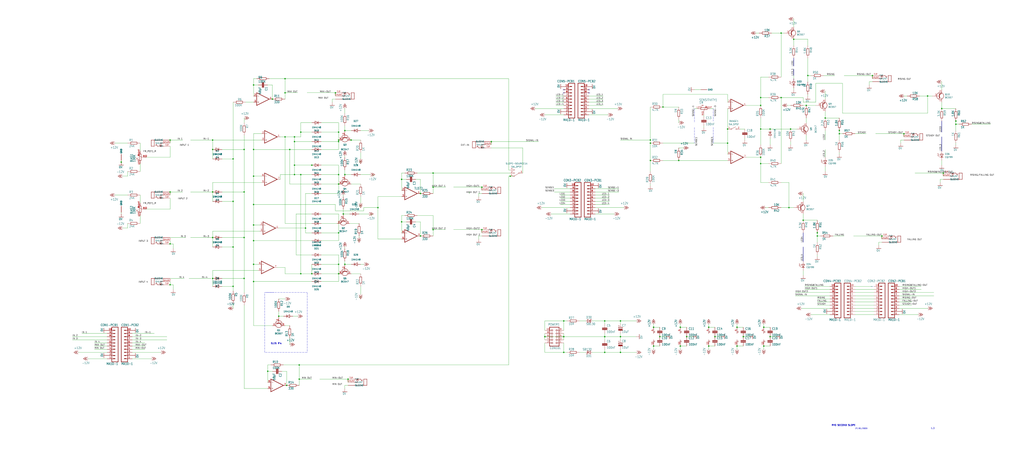
<source format=kicad_sch>
(kicad_sch (version 20211123) (generator eeschema)
  (paper "User" 825.805 375.412)
  (junction (at 411.48 142.24))
  (junction (at 231.14 311.15))
  (junction (at 621.03 271.78))
  (junction (at 621.03 104.14))
  (junction (at 242.57 220.98))
  (junction (at 196.85 120.65))
  (junction (at 487.68 259.08))
  (junction (at 171.45 113.03))
  (junction (at 242.57 106.68))
  (junction (at 636.27 167.64))
  (junction (at 500.38 271.78))
  (junction (at 613.41 85.09))
  (junction (at 204.47 68.58))
  (junction (at 171.45 224.79))
  (junction (at 280.67 306.07))
  (junction (at 586.74 104.14))
  (junction (at 439.42 271.78))
  (junction (at 613.41 104.14))
  (junction (at 233.68 120.65))
  (junction (at 187.96 128.27))
  (junction (at 349.25 151.13))
  (junction (at 349.25 185.42))
  (junction (at 613.41 132.08))
  (junction (at 454.66 259.08))
  (junction (at 215.9 299.72))
  (junction (at 204.47 194.31))
  (junction (at 196.85 224.79))
  (junction (at 229.87 74.93))
  (junction (at 548.64 279.4))
  (junction (at 748.03 77.47))
  (junction (at 229.87 110.49))
  (junction (at 571.5 264.16))
  (junction (at 187.96 199.39))
  (junction (at 273.05 106.68))
  (junction (at 613.41 78.74))
  (junction (at 273.05 187.96))
  (junction (at 278.13 140.97))
  (junction (at 251.46 133.35))
  (junction (at 547.37 129.54))
  (junction (at 594.36 264.16))
  (junction (at 229.87 63.5))
  (junction (at 196.85 191.77))
  (junction (at 241.3 294.64))
  (junction (at 454.66 284.48))
  (junction (at 224.79 255.27))
  (junction (at 273.05 148.59))
  (junction (at 237.49 114.3))
  (junction (at 659.13 190.5))
  (junction (at 487.68 284.48))
  (junction (at 137.16 113.03))
  (junction (at 237.49 140.97))
  (junction (at 629.92 26.67))
  (junction (at 524.51 129.54))
  (junction (at 500.38 284.48))
  (junction (at 615.95 264.16))
  (junction (at 283.21 113.03))
  (junction (at 396.24 114.3))
  (junction (at 97.79 130.81))
  (junction (at 703.58 60.96))
  (junction (at 276.86 172.72))
  (junction (at 647.7 177.8))
  (junction (at 278.13 213.36))
  (junction (at 270.51 74.93))
  (junction (at 273.05 113.03))
  (junction (at 137.16 229.87))
  (junction (at 237.49 133.35))
  (junction (at 711.2 190.5))
  (junction (at 204.47 120.65))
  (junction (at 171.45 120.65))
  (junction (at 204.47 213.36))
  (junction (at 323.85 144.78))
  (junction (at 304.8 167.64))
  (junction (at 524.51 115.57))
  (junction (at 388.62 151.13))
  (junction (at 760.73 139.7))
  (junction (at 640.08 31.75))
  (junction (at 615.95 279.4))
  (junction (at 204.47 181.61))
  (junction (at 532.13 271.78))
  (junction (at 171.45 154.94))
  (junction (at 665.48 95.25))
  (junction (at 487.68 271.78))
  (junction (at 273.05 114.3))
  (junction (at 339.09 190.5))
  (junction (at 770.89 100.33))
  (junction (at 548.64 264.16))
  (junction (at 278.13 105.41))
  (junction (at 196.85 154.94))
  (junction (at 629.92 78.74))
  (junction (at 524.51 113.03))
  (junction (at 676.91 105.41))
  (junction (at 204.47 142.24))
  (junction (at 651.51 60.96))
  (junction (at 237.49 110.49))
  (junction (at 241.3 306.07))
  (junction (at 349.25 139.7))
  (junction (at 576.58 271.78))
  (junction (at 339.09 156.21))
  (junction (at 273.05 140.97))
  (junction (at 599.44 271.78))
  (junction (at 659.13 187.96))
  (junction (at 137.16 154.94))
  (junction (at 273.05 220.98))
  (junction (at 571.5 279.4))
  (junction (at 534.67 86.36))
  (junction (at 454.66 271.78))
  (junction (at 586.74 115.57))
  (junction (at 273.05 213.36))
  (junction (at 553.72 271.78))
  (junction (at 650.24 85.09))
  (junction (at 527.05 279.4))
  (junction (at 388.62 185.42))
  (junction (at 251.46 220.98))
  (junction (at 204.47 227.33))
  (junction (at 187.96 231.14))
  (junction (at 171.45 191.77))
  (junction (at 759.46 87.63))
  (junction (at 323.85 179.07))
  (junction (at 594.36 279.4))
  (junction (at 527.05 264.16))
  (junction (at 676.91 107.95))
  (junction (at 500.38 259.08))
  (junction (at 246.38 184.15))
  (junction (at 204.47 165.1))
  (junction (at 728.98 107.95))
  (junction (at 137.16 196.85))
  (junction (at 219.71 80.01))
  (junction (at 770.89 97.79))
  (junction (at 637.54 104.14))
  (junction (at 242.57 140.97))
  (junction (at 613.41 127))
  (junction (at 187.96 162.56))
  (no_connect (at 474.98 74.93))
  (no_connect (at 454.66 72.39))
  (no_connect (at 474.98 72.39))
  (no_connect (at 454.66 74.93))
  (wire (pts (xy 414.02 142.24) (xy 411.48 142.24)))
  (wire (pts (xy 619.76 132.08) (xy 613.41 132.08)))
  (wire (pts (xy 748.03 77.47) (xy 751.84 77.47)))
  (wire (pts (xy 636.27 167.64) (xy 640.08 167.64)))
  (wire (pts (xy 629.92 147.32) (xy 636.27 147.32)))
  (wire (pts (xy 669.29 241.3) (xy 659.13 241.3)))
  (wire (pts (xy 637.54 104.14) (xy 642.62 104.14)))
  (wire (pts (xy 448.31 85.09) (xy 454.66 85.09)))
  (wire (pts (xy 196.85 154.94) (xy 196.85 191.77)))
  (polyline (pts (xy 640.08 63.5) (xy 640.08 64.77)))
  (bus (pts (xy 640.08 55.88) (xy 640.08 60.96)))
  (wire (pts (xy 219.71 299.72) (xy 215.9 299.72)))
  (wire (pts (xy 487.68 274.32) (xy 487.68 271.78)))
  (wire (pts (xy 646.43 248.92) (xy 669.29 248.92)))
  (wire (pts (xy 259.08 156.21) (xy 273.05 156.21)))
  (wire (pts (xy 513.08 284.48) (xy 500.38 284.48)))
  (wire (pts (xy 487.68 284.48) (xy 487.68 281.94)))
  (wire (pts (xy 267.97 82.55) (xy 267.97 80.01)))
  (wire (pts (xy 198.12 82.55) (xy 204.47 82.55)))
  (wire (pts (xy 228.6 294.64) (xy 241.3 294.64)))
  (wire (pts (xy 619.76 78.74) (xy 613.41 78.74)))
  (wire (pts (xy 467.36 259.08) (xy 472.44 259.08)))
  (wire (pts (xy 365.76 151.13) (xy 388.62 151.13)))
  (wire (pts (xy 204.47 142.24) (xy 210.82 142.24)))
  (bus (pts (xy 647.7 199.39) (xy 647.7 210.82)))
  (wire (pts (xy 594.36 261.62) (xy 594.36 264.16)))
  (wire (pts (xy 448.31 82.55) (xy 454.66 82.55)))
  (wire (pts (xy 251.46 213.36) (xy 251.46 220.98)))
  (wire (pts (xy 725.17 231.14) (xy 742.95 231.14)))
  (wire (pts (xy 650.24 95.25) (xy 650.24 99.06)))
  (wire (pts (xy 572.77 87.63) (xy 575.31 87.63)))
  (wire (pts (xy 204.47 68.58) (xy 204.47 77.47)))
  (wire (pts (xy 273.05 99.06) (xy 273.05 106.68)))
  (wire (pts (xy 259.08 148.59) (xy 273.05 148.59)))
  (wire (pts (xy 289.56 172.72) (xy 297.18 172.72)))
  (wire (pts (xy 524.51 86.36) (xy 524.51 113.03)))
  (wire (pts (xy 231.14 299.72) (xy 231.14 311.15)))
  (wire (pts (xy 349.25 139.7) (xy 411.48 139.7)))
  (wire (pts (xy 689.61 236.22) (xy 704.85 236.22)))
  (wire (pts (xy 676.91 123.19) (xy 676.91 124.46)))
  (wire (pts (xy 770.89 115.57) (xy 770.89 116.84)))
  (bus (pts (xy 759.46 110.49) (xy 759.46 121.92)))
  (wire (pts (xy 237.49 110.49) (xy 242.57 110.49)))
  (wire (pts (xy 300.99 142.24) (xy 300.99 140.97)))
  (wire (pts (xy 196.85 154.94) (xy 196.85 120.65)))
  (wire (pts (xy 336.55 139.7) (xy 349.25 139.7)))
  (polyline (pts (xy 247.65 236.22) (xy 247.65 284.48)))
  (wire (pts (xy 273.05 114.3) (xy 273.05 120.65)))
  (bus (pts (xy 640.08 46.99) (xy 640.08 53.34)))
  (wire (pts (xy 689.61 233.68) (xy 704.85 233.68)))
  (wire (pts (xy 613.41 132.08) (xy 613.41 127)))
  (wire (pts (xy 487.68 259.08) (xy 487.68 261.62)))
  (wire (pts (xy 474.98 85.09) (xy 486.41 85.09)))
  (wire (pts (xy 480.06 152.4) (xy 499.11 152.4)))
  (wire (pts (xy 599.44 271.78) (xy 604.52 271.78)))
  (wire (pts (xy 237.49 140.97) (xy 237.49 133.35)))
  (polyline (pts (xy 575.31 115.57) (xy 575.31 102.87)))
  (wire (pts (xy 621.03 104.14) (xy 637.54 104.14)))
  (wire (pts (xy 242.57 140.97) (xy 251.46 140.97)))
  (wire (pts (xy 152.4 224.79) (xy 170.18 224.79)))
  (wire (pts (xy 726.44 113.03) (xy 728.98 113.03)))
  (wire (pts (xy 339.09 179.07) (xy 339.09 190.5)))
  (wire (pts (xy 659.13 186.69) (xy 659.13 187.96)))
  (wire (pts (xy 439.42 271.78) (xy 439.42 274.32)))
  (wire (pts (xy 323.85 144.78) (xy 323.85 153.67)))
  (wire (pts (xy 290.83 123.19) (xy 290.83 128.27)))
  (wire (pts (xy 336.55 173.99) (xy 349.25 173.99)))
  (wire (pts (xy 196.85 224.79) (xy 196.85 191.77)))
  (wire (pts (xy 448.31 80.01) (xy 454.66 80.01)))
  (wire (pts (xy 171.45 147.32) (xy 210.82 147.32)))
  (wire (pts (xy 439.42 276.86) (xy 439.42 284.48)))
  (wire (pts (xy 270.51 74.93) (xy 270.51 77.47)))
  (wire (pts (xy 137.16 227.33) (xy 137.16 229.87)))
  (wire (pts (xy 187.96 245.11) (xy 187.96 248.92)))
  (wire (pts (xy 113.03 157.48) (xy 113.03 163.83)))
  (wire (pts (xy 113.03 173.99) (xy 113.03 180.34)))
  (wire (pts (xy 257.81 306.07) (xy 280.67 306.07)))
  (wire (pts (xy 187.96 231.14) (xy 187.96 199.39)))
  (wire (pts (xy 171.45 154.94) (xy 171.45 162.56)))
  (wire (pts (xy 290.83 140.97) (xy 298.45 140.97)))
  (wire (pts (xy 273.05 213.36) (xy 273.05 220.98)))
  (wire (pts (xy 237.49 110.49) (xy 237.49 114.3)))
  (wire (pts (xy 204.47 194.31) (xy 204.47 213.36)))
  (wire (pts (xy 495.3 172.72) (xy 480.06 172.72)))
  (wire (pts (xy 137.16 154.94) (xy 147.32 154.94)))
  (wire (pts (xy 204.47 142.24) (xy 204.47 165.1)))
  (wire (pts (xy 651.51 60.96) (xy 654.05 60.96)))
  (wire (pts (xy 71.12 289.56) (xy 86.36 289.56)))
  (wire (pts (xy 349.25 139.7) (xy 349.25 151.13)))
  (wire (pts (xy 187.96 128.27) (xy 187.96 162.56)))
  (wire (pts (xy 219.71 262.89) (xy 204.47 262.89)))
  (wire (pts (xy 196.85 120.65) (xy 179.07 120.65)))
  (wire (pts (xy 621.03 264.16) (xy 615.95 264.16)))
  (wire (pts (xy 251.46 99.06) (xy 242.57 99.06)))
  (polyline (pts (xy 213.36 284.48) (xy 213.36 236.22)))
  (wire (pts (xy 137.16 157.48) (xy 137.16 154.94)))
  (wire (pts (xy 524.51 115.57) (xy 524.51 129.54)))
  (wire (pts (xy 207.01 63.5) (xy 204.47 63.5)))
  (wire (pts (xy 276.86 168.91) (xy 276.86 172.72)))
  (wire (pts (xy 273.05 133.35) (xy 273.05 140.97)))
  (wire (pts (xy 621.03 271.78) (xy 626.11 271.78)))
  (wire (pts (xy 278.13 199.39) (xy 278.13 200.66)))
  (wire (pts (xy 179.07 224.79) (xy 196.85 224.79)))
  (wire (pts (xy 647.7 82.55) (xy 657.86 82.55)))
  (wire (pts (xy 251.46 227.33) (xy 204.47 227.33)))
  (wire (pts (xy 439.42 259.08) (xy 454.66 259.08)))
  (wire (pts (xy 278.13 213.36) (xy 283.21 213.36)))
  (wire (pts (xy 106.68 269.24) (xy 124.46 269.24)))
  (wire (pts (xy 759.46 129.54) (xy 759.46 133.35)))
  (wire (pts (xy 171.45 186.69) (xy 209.55 186.69)))
  (wire (pts (xy 454.66 259.08) (xy 454.66 266.7)))
  (wire (pts (xy 474.98 82.55) (xy 486.41 82.55)))
  (wire (pts (xy 657.86 67.31) (xy 679.45 67.31)))
  (wire (pts (xy 452.12 162.56) (xy 459.74 162.56)))
  (wire (pts (xy 97.79 129.54) (xy 97.79 130.81)))
  (polyline (pts (xy 213.36 236.22) (xy 220.98 236.22)))
  (wire (pts (xy 524.51 113.03) (xy 524.51 115.57)))
  (wire (pts (xy 187.96 231.14) (xy 187.96 234.95)))
  (wire (pts (xy 97.79 171.45) (xy 97.79 172.72)))
  (wire (pts (xy 273.05 187.96) (xy 273.05 194.31)))
  (wire (pts (xy 680.72 60.96) (xy 703.58 60.96)))
  (wire (pts (xy 640.08 71.12) (xy 640.08 72.39)))
  (wire (pts (xy 204.47 120.65) (xy 233.68 120.65)))
  (wire (pts (xy 659.13 205.74) (xy 659.13 207.01)))
  (wire (pts (xy 171.45 120.65) (xy 171.45 128.27)))
  (wire (pts (xy 601.98 127) (xy 613.41 127)))
  (wire (pts (xy 273.05 205.74) (xy 273.05 213.36)))
  (wire (pts (xy 247.65 74.93) (xy 270.51 74.93)))
  (wire (pts (xy 586.74 104.14) (xy 586.74 115.57)))
  (wire (pts (xy 304.8 158.75) (xy 304.8 167.64)))
  (wire (pts (xy 748.03 91.44) (xy 748.03 77.47)))
  (wire (pts (xy 490.22 92.71) (xy 474.98 92.71)))
  (wire (pts (xy 137.16 191.77) (xy 149.86 191.77)))
  (wire (pts (xy 396.24 114.3) (xy 396.24 116.84)))
  (wire (pts (xy 349.25 185.42) (xy 349.25 190.5)))
  (wire (pts (xy 657.86 82.55) (xy 657.86 67.31)))
  (wire (pts (xy 219.71 68.58) (xy 219.71 80.01)))
  (wire (pts (xy 487.68 271.78) (xy 500.38 271.78)))
  (wire (pts (xy 241.3 294.64) (xy 410.21 294.64)))
  (wire (pts (xy 349.25 173.99) (xy 349.25 185.42)))
  (wire (pts (xy 444.5 172.72) (xy 459.74 172.72)))
  (wire (pts (xy 204.47 63.5) (xy 204.47 68.58)))
  (wire (pts (xy 227.33 299.72) (xy 231.14 299.72)))
  (wire (pts (xy 226.06 140.97) (xy 237.49 140.97)))
  (wire (pts (xy 299.72 173.99) (xy 299.72 172.72)))
  (wire (pts (xy 179.07 191.77) (xy 196.85 191.77)))
  (wire (pts (xy 728.98 77.47) (xy 731.52 77.47)))
  (wire (pts (xy 621.03 111.76) (xy 621.03 116.84)))
  (wire (pts (xy 703.58 60.96) (xy 703.58 63.5)))
  (wire (pts (xy 179.07 199.39) (xy 187.96 199.39)))
  (wire (pts (xy 629.92 26.67) (xy 632.46 26.67)))
  (wire (pts (xy 283.21 113.03) (xy 290.83 113.03)))
  (wire (pts (xy 613.41 104.14) (xy 621.03 104.14)))
  (wire (pts (xy 647.7 172.72) (xy 647.7 177.8)))
  (wire (pts (xy 270.51 170.18) (xy 293.37 170.18)))
  (wire (pts (xy 217.17 63.5) (xy 229.87 63.5)))
  (wire (pts (xy 276.86 172.72) (xy 281.94 172.72)))
  (wire (pts (xy 513.08 259.08) (xy 500.38 259.08)))
  (wire (pts (xy 86.36 271.78) (xy 58.42 271.78)))
  (wire (pts (xy 99.06 184.15) (xy 102.87 184.15)))
  (wire (pts (xy 758.19 144.78) (xy 760.73 144.78)))
  (wire (pts (xy 454.66 284.48) (xy 454.66 276.86)))
  (wire (pts (xy 613.41 78.74) (xy 613.41 85.09)))
  (wire (pts (xy 447.04 154.94) (xy 459.74 154.94)))
  (wire (pts (xy 571.5 261.62) (xy 571.5 264.16)))
  (wire (pts (xy 86.36 274.32) (xy 58.42 274.32)))
  (wire (pts (xy 770.89 96.52) (xy 770.89 97.79)))
  (wire (pts (xy 669.29 233.68) (xy 648.97 233.68)))
  (wire (pts (xy 532.13 264.16) (xy 527.05 264.16)))
  (wire (pts (xy 86.36 281.94) (xy 76.2 281.94)))
  (wire (pts (xy 676.91 104.14) (xy 676.91 105.41)))
  (wire (pts (xy 619.76 147.32) (xy 613.41 147.32)))
  (wire (pts (xy 759.46 66.04) (xy 759.46 72.39)))
  (wire (pts (xy 629.92 167.64) (xy 636.27 167.64)))
  (wire (pts (xy 242.57 106.68) (xy 242.57 110.49)))
  (wire (pts (xy 487.68 259.08) (xy 500.38 259.08)))
  (wire (pts (xy 689.61 254) (xy 704.85 254)))
  (wire (pts (xy 758.19 147.32) (xy 758.19 144.78)))
  (wire (pts (xy 447.04 152.4) (xy 459.74 152.4)))
  (polyline (pts (xy 560.07 102.87) (xy 560.07 115.57)))
  (wire (pts (xy 480.06 160.02) (xy 491.49 160.02)))
  (wire (pts (xy 293.37 167.64) (xy 304.8 167.64)))
  (wire (pts (xy 86.36 276.86) (xy 76.2 276.86)))
  (wire (pts (xy 487.68 269.24) (xy 487.68 271.78)))
  (wire (pts (xy 651.51 46.99) (xy 651.51 60.96)))
  (wire (pts (xy 102.87 180.34) (xy 102.87 184.15)))
  (wire (pts (xy 669.29 236.22) (xy 641.35 236.22)))
  (wire (pts (xy 137.16 224.79) (xy 148.59 224.79)))
  (wire (pts (xy 575.31 115.57) (xy 586.74 115.57)))
  (wire (pts (xy 454.66 259.08) (xy 457.2 259.08)))
  (wire (pts (xy 229.87 215.9) (xy 229.87 220.98)))
  (wire (pts (xy 728.98 107.95) (xy 728.98 110.49)))
  (wire (pts (xy 242.57 106.68) (xy 251.46 106.68)))
  (wire (pts (xy 613.41 95.25) (xy 613.41 104.14)))
  (wire (pts (xy 647.7 85.09) (xy 650.24 85.09)))
  (wire (pts (xy 659.13 190.5) (xy 661.67 190.5)))
  (wire (pts (xy 339.09 144.78) (xy 339.09 156.21)))
  (wire (pts (xy 229.87 74.93) (xy 229.87 80.01)))
  (wire (pts (xy 278.13 140.97) (xy 283.21 140.97)))
  (wire (pts (xy 560.07 87.63) (xy 562.61 87.63)))
  (wire (pts (xy 289.56 190.5) (xy 289.56 191.77)))
  (wire (pts (xy 246.38 156.21) (xy 246.38 184.15)))
  (wire (pts (xy 335.28 144.78) (xy 339.09 144.78)))
  (wire (pts (xy 204.47 227.33) (xy 204.47 213.36)))
  (wire (pts (xy 251.46 133.35) (xy 252.73 133.35)))
  (wire (pts (xy 278.13 105.41) (xy 283.21 105.41)))
  (wire (pts (xy 534.67 129.54) (xy 547.37 129.54)))
  (wire (pts (xy 276.86 157.48) (xy 276.86 158.75)))
  (wire (pts (xy 748.03 248.92) (xy 725.17 248.92)))
  (wire (pts (xy 224.79 184.15) (xy 246.38 184.15)))
  (wire (pts (xy 113.03 132.08) (xy 113.03 138.43)))
  (wire (pts (xy 102.87 138.43) (xy 102.87 142.24)))
  (wire (pts (xy 576.58 271.78) (xy 581.66 271.78)))
  (wire (pts (xy 547.37 119.38) (xy 551.18 119.38)))
  (wire (pts (xy 218.44 294.64) (xy 215.9 294.64)))
  (wire (pts (xy 586.74 76.2) (xy 586.74 82.55)))
  (wire (pts (xy 615.95 261.62) (xy 615.95 264.16)))
  (wire (pts (xy 326.39 173.99) (xy 323.85 173.99)))
  (wire (pts (xy 224.79 241.3) (xy 229.87 241.3)))
  (wire (pts (xy 477.52 284.48) (xy 487.68 284.48)))
  (wire (pts (xy 647.7 78.74) (xy 647.7 82.55)))
  (wire (pts (xy 725.17 238.76) (xy 753.11 238.76)))
  (wire (pts (xy 290.83 158.75) (xy 290.83 163.83)))
  (wire (pts (xy 241.3 306.07) (xy 251.46 306.07)))
  (wire (pts (xy 171.45 224.79) (xy 171.45 231.14)))
  (wire (pts (xy 431.8 87.63) (xy 454.66 87.63)))
  (wire (pts (xy 273.05 220.98) (xy 259.08 220.98)))
  (bus (pts (xy 647.7 187.96) (xy 647.7 195.58)))
  (wire (pts (xy 659.13 187.96) (xy 659.13 190.5)))
  (wire (pts (xy 452.12 157.48) (xy 459.74 157.48)))
  (wire (pts (xy 237.49 140.97) (xy 242.57 140.97)))
  (wire (pts (xy 233.68 273.05) (xy 233.68 278.13)))
  (wire (pts (xy 278.13 311.15) (xy 280.67 311.15)))
  (wire (pts (xy 679.45 67.31) (xy 679.45 91.44)))
  (polyline (pts (xy 214.63 236.22) (xy 247.65 236.22)))
  (wire (pts (xy 273.05 172.72) (xy 273.05 187.96)))
  (wire (pts (xy 179.07 128.27) (xy 187.96 128.27)))
  (wire (pts (xy 196.85 224.79) (xy 196.85 236.22)))
  (wire (pts (xy 137.16 115.57) (xy 137.16 113.03)))
  (wire (pts (xy 759.46 82.55) (xy 759.46 87.63)))
  (wire (pts (xy 669.29 231.14) (xy 648.97 231.14)))
  (wire (pts (xy 439.42 92.71) (xy 454.66 92.71)))
  (wire (pts (xy 290.83 231.14) (xy 290.83 237.49)))
  (wire (pts (xy 741.68 77.47) (xy 748.03 77.47)))
  (wire (pts (xy 726.44 115.57) (xy 726.44 113.03)))
  (wire (pts (xy 187.96 162.56) (xy 187.96 199.39)))
  (wire (pts (xy 171.45 218.44) (xy 171.45 224.79)))
  (wire (pts (xy 386.08 193.04) (xy 386.08 190.5)))
  (wire (pts (xy 783.59 100.33) (xy 798.83 100.33)))
  (wire (pts (xy 497.84 87.63) (xy 474.98 87.63)))
  (wire (pts (xy 617.22 167.64) (xy 619.76 167.64)))
  (wire (pts (xy 179.07 154.94) (xy 196.85 154.94)))
  (wire (pts (xy 500.38 284.48) (xy 500.38 281.94)))
  (wire (pts (xy 273.05 156.21) (xy 273.05 148.59)))
  (wire (pts (xy 251.46 114.3) (xy 237.49 114.3)))
  (wire (pts (xy 137.16 113.03) (xy 147.32 113.03)))
  (wire (pts (xy 304.8 167.64) (xy 304.8 193.04)))
  (wire (pts (xy 153.67 191.77) (xy 171.45 191.77)))
  (wire (pts (xy 388.62 185.42) (xy 388.62 187.96)))
  (wire (pts (xy 500.38 271.78) (xy 500.38 274.32)))
  (wire (pts (xy 215.9 294.64) (xy 215.9 299.72)))
  (wire (pts (xy 196.85 246.38) (xy 196.85 313.69)))
  (wire (pts (xy 270.51 165.1) (xy 204.47 165.1)))
  (wire (pts (xy 651.51 60.96) (xy 651.51 66.04)))
  (wire (pts (xy 196.85 313.69) (xy 215.9 313.69)))
  (wire (pts (xy 452.12 165.1) (xy 459.74 165.1)))
  (wire (pts (xy 204.47 194.31) (xy 251.46 194.31)))
  (wire (pts (xy 477.52 259.08) (xy 487.68 259.08)))
  (wire (pts (xy 770.89 100.33) (xy 773.43 100.33)))
  (wire (pts (xy 576.58 279.4) (xy 571.5 279.4)))
  (wire (pts (xy 640.08 60.96) (xy 640.08 63.5)))
  (wire (pts (xy 647.7 218.44) (xy 647.7 222.25)))
  (wire (pts (xy 676.91 107.95) (xy 679.45 107.95)))
  (wire (pts (xy 527.05 279.4) (xy 527.05 281.94)))
  (wire (pts (xy 121.92 289.56) (xy 106.68 289.56)))
  (wire (pts (xy 297.18 105.41) (xy 290.83 105.41)))
  (wire (pts (xy 711.2 190.5) (xy 711.2 193.04)))
  (wire (pts (xy 396.24 119.38) (xy 421.64 119.38)))
  (wire (pts (xy 281.94 113.03) (xy 283.21 113.03)))
  (wire (pts (xy 601.98 85.09) (xy 613.41 85.09)))
  (wire (pts (xy 204.47 213.36) (xy 208.28 213.36)))
  (wire (pts (xy 629.92 132.08) (xy 629.92 78.74)))
  (wire (pts (xy 63.5 284.48) (xy 86.36 284.48)))
  (wire (pts (xy 113.03 115.57) (xy 113.03 121.92)))
  (wire (pts (xy 259.08 194.31) (xy 273.05 194.31)))
  (wire (pts (xy 629.92 26.67) (xy 629.92 62.23)))
  (wire (pts (xy 669.29 246.38) (xy 659.13 246.38)))
  (wire (pts (xy 241.3 294.64) (xy 241.3 306.07)))
  (wire (pts (xy 335.28 179.07) (xy 339.09 179.07)))
  (wire (pts (xy 596.9 104.14) (xy 600.71 104.14)))
  (wire (pts (xy 454.66 271.78) (xy 454.66 274.32)))
  (wire (pts (xy 293.37 170.18) (xy 293.37 167.64)))
  (wire (pts (xy 251.46 148.59) (xy 233.68 148.59)))
  (wire (pts (xy 327.66 144.78) (xy 323.85 144.78)))
  (wire (pts (xy 599.44 264.16) (xy 594.36 264.16)))
  (wire (pts (xy 118.11 168.91) (xy 137.16 168.91)))
  (wire (pts (xy 270.51 165.1) (xy 270.51 170.18)))
  (wire (pts (xy 671.83 190.5) (xy 680.72 190.5)))
  (wire (pts (xy 571.5 279.4) (xy 571.5 281.94)))
  (wire (pts (xy 251.46 156.21) (xy 246.38 156.21)))
  (wire (pts (xy 651.51 31.75) (xy 640.08 31.75)))
  (wire (pts (xy 647.7 156.21) (xy 647.7 162.56)))
  (wire (pts (xy 669.29 238.76) (xy 641.35 238.76)))
  (wire (pts (xy 106.68 274.32) (xy 134.62 274.32)))
  (wire (pts (xy 436.88 167.64) (xy 459.74 167.64)))
  (wire (pts (xy 323.85 139.7) (xy 323.85 144.78)))
  (wire (pts (xy 267.97 80.01) (xy 270.51 80.01)))
  (wire (pts (xy 97.79 130.81) (xy 97.79 132.08)))
  (wire (pts (xy 439.42 284.48) (xy 454.66 284.48)))
  (wire (pts (xy 273.05 106.68) (xy 273.05 113.03)))
  (wire (pts (xy 688.34 190.5) (xy 711.2 190.5)))
  (wire (pts (xy 86.36 269.24) (xy 66.04 269.24)))
  (wire (pts (xy 349.25 151.13) (xy 349.25 156.21)))
  (wire (pts (xy 452.12 160.02) (xy 459.74 160.02)))
  (wire (pts (xy 553.72 271.78) (xy 558.8 271.78)))
  (wire (pts (xy 242.57 140.97) (xy 242.57 220.98)))
  (wire (pts (xy 725.17 236.22) (xy 753.11 236.22)))
  (wire (pts (xy 622.3 26.67) (xy 629.92 26.67)))
  (wire (pts (xy 187.96 82.55) (xy 187.96 128.27)))
  (wire (pts (xy 500.38 259.08) (xy 500.38 261.62)))
  (wire (pts (xy 689.61 231.14) (xy 703.58 231.14)))
  (wire (pts (xy 613.41 62.23) (xy 613.41 78.74)))
  (wire (pts (xy 278.13 313.69) (xy 278.13 311.15)))
  (wire (pts (xy 621.03 279.4) (xy 615.95 279.4)))
  (wire (pts (xy 278.13 210.82) (xy 278.13 213.36)))
  (wire (pts (xy 238.76 205.74) (xy 251.46 205.74)))
  (wire (pts (xy 760.73 139.7) (xy 760.73 142.24)))
  (wire (pts (xy 273.05 140.97) (xy 273.05 148.59)))
  (wire (pts (xy 224.79 255.27) (xy 228.6 255.27)))
  (wire (pts (xy 532.13 271.78) (xy 537.21 271.78)))
  (wire (pts (xy 659.13 190.5) (xy 659.13 195.58)))
  (wire (pts (xy 474.98 80.01) (xy 486.41 80.01)))
  (wire (pts (xy 547.37 96.52) (xy 547.37 99.06)))
  (wire (pts (xy 454.66 269.24) (xy 454.66 271.78)))
  (wire (pts (xy 725.17 241.3) (xy 735.33 241.3)))
  (wire (pts (xy 567.69 92.71) (xy 567.69 93.98)))
  (wire (pts (xy 689.61 238.76) (xy 704.85 238.76)))
  (wire (pts (xy 106.68 271.78) (xy 134.62 271.78)))
  (wire (pts (xy 439.42 269.24) (xy 439.42 271.78)))
  (wire (pts (xy 665.48 105.41) (xy 665.48 113.03)))
  (wire (pts (xy 137.16 196.85) (xy 139.7 196.85)))
  (wire (pts (xy 242.57 99.06) (xy 242.57 106.68)))
  (wire (pts (xy 411.48 142.24) (xy 410.21 142.24)))
  (wire (pts (xy 273.05 172.72) (xy 259.08 172.72)))
  (wire (pts (xy 619.76 62.23) (xy 613.41 62.23)))
  (wire (pts (xy 467.36 284.48) (xy 472.44 284.48)))
  (wire (pts (xy 99.06 142.24) (xy 102.87 142.24)))
  (wire (pts (xy 278.13 101.6) (xy 278.13 105.41)))
  (wire (pts (xy 237.49 133.35) (xy 251.46 133.35)))
  (wire (pts (xy 171.45 147.32) (xy 171.45 154.94)))
  (wire (pts (xy 410.21 142.24) (xy 410.21 294.64)))
  (wire (pts (xy 567.69 101.6) (xy 567.69 102.87)))
  (wire (pts (xy 599.44 279.4) (xy 594.36 279.4)))
  (wire (pts (xy 650.24 109.22) (xy 650.24 113.03)))
  (wire (pts (xy 613.41 132.08) (xy 613.41 147.32)))
  (wire (pts (xy 454.66 284.48) (xy 457.2 284.48)))
  (wire (pts (xy 179.07 231.14) (xy 187.96 231.14)))
  (wire (pts (xy 548.64 261.62) (xy 548.64 264.16)))
  (wire (pts (xy 273.05 220.98) (xy 273.05 227.33)))
  (wire (pts (xy 689.61 251.46) (xy 704.85 251.46)))
  (wire (pts (xy 208.28 68.58) (xy 204.47 68.58)))
  (wire (pts (xy 737.87 139.7) (xy 760.73 139.7)))
  (wire (pts (xy 204.47 227.33) (xy 204.47 262.89)))
  (wire (pts (xy 637.54 114.3) (xy 637.54 116.84)))
  (wire (pts (xy 665.48 73.66) (xy 665.48 80.01)))
  (wire (pts (xy 439.42 266.7) (xy 439.42 259.08)))
  (wire (pts (xy 480.06 157.48) (xy 491.49 157.48)))
  (wire (pts (xy 153.67 113.03) (xy 171.45 113.03)))
  (wire (pts (xy 500.38 271.78) (xy 500.38 269.24)))
  (wire (pts (xy 636.27 147.32) (xy 636.27 167.64)))
  (wire (pts (xy 259.08 106.68) (xy 273.05 106.68)))
  (wire (pts (xy 480.06 154.94) (xy 499.11 154.94)))
  (wire (pts (xy 586.74 115.57) (xy 586.74 124.46)))
  (wire (pts (xy 118.11 127) (xy 137.16 127)))
  (wire (pts (xy 448.31 77.47) (xy 454.66 77.47)))
  (wire (pts (xy 171.45 113.03) (xy 210.82 113.03)))
  (wire (pts (xy 560.07 72.39) (xy 565.15 72.39)))
  (wire (pts (xy 215.9 299.72) (xy 215.9 308.61)))
  (wire (pts (xy 650.24 85.09) (xy 657.86 85.09)))
  (wire (pts (xy 586.74 87.63) (xy 586.74 104.14)))
  (wire (pts (xy 689.61 241.3) (xy 704.85 241.3)))
  (wire (pts (xy 378.46 154.94) (xy 378.46 156.21)))
  (wire (pts (xy 171.45 186.69) (xy 171.45 191.77)))
  (wire (pts (xy 534.67 115.57) (xy 560.07 115.57)))
  (wire (pts (xy 386.08 190.5) (xy 388.62 190.5)))
  (wire (pts (xy 283.21 148.59) (xy 290.83 148.59)))
  (wire (pts (xy 365.76 185.42) (xy 388.62 185.42)))
  (wire (pts (xy 770.89 97.79) (xy 770.89 100.33)))
  (wire (pts (xy 500.38 113.03) (xy 524.51 113.03)))
  (wire (pts (xy 386.08 156.21) (xy 388.62 156.21)))
  (wire (pts (xy 289.56 130.81) (xy 290.83 130.81)))
  (wire (pts (xy 410.21 63.5) (xy 229.87 63.5)))
  (wire (pts (xy 594.36 279.4) (xy 594.36 281.94)))
  (wire (pts (xy 651.51 76.2) (xy 651.51 77.47)))
  (wire (pts (xy 689.61 246.38) (xy 704.85 246.38)))
  (wire (pts (xy 524.51 129.54) (xy 524.51 138.43)))
  (wire (pts (xy 725.17 243.84) (xy 735.33 243.84)))
  (wire (pts (xy 259.08 227.33) (xy 273.05 227.33)))
  (wire (pts (xy 204.47 120.65) (xy 204.47 142.24)))
  (wire (pts (xy 259.08 99.06) (xy 273.05 99.06)))
  (wire (pts (xy 86.36 279.4) (xy 76.2 279.4)))
  (wire (pts (xy 513.08 271.78) (xy 500.38 271.78)))
  (wire (pts (xy 600.71 111.76) (xy 600.71 113.03)))
  (wire (pts (xy 770.89 100.33) (xy 770.89 105.41)))
  (wire (pts (xy 196.85 95.25) (xy 196.85 99.06)))
  (wire (pts (xy 547.37 86.36) (xy 534.67 86.36)))
  (wire (pts (xy 233.68 120.65) (xy 251.46 120.65)))
  (wire (pts (xy 665.48 120.65) (xy 665.48 127)))
  (wire (pts (xy 548.64 279.4) (xy 548.64 281.94)))
  (wire (pts (xy 289.56 240.03) (xy 290.83 240.03)))
  (bus (pts (xy 759.46 97.79) (xy 759.46 106.68)))
  (wire (pts (xy 92.71 115.57) (xy 102.87 115.57)))
  (wire (pts (xy 209.55 181.61) (xy 204.47 181.61)))
  (wire (pts (xy 576.58 264.16) (xy 571.5 264.16)))
  (wire (pts (xy 236.22 255.27) (xy 240.03 255.27)))
  (wire (pts (xy 553.72 279.4) (xy 548.64 279.4)))
  (wire (pts (xy 708.66 198.12) (xy 708.66 195.58)))
  (wire (pts (xy 676.91 107.95) (xy 676.91 113.03)))
  (wire (pts (xy 204.47 165.1) (xy 204.47 181.61)))
  (polyline (pts (xy 702.31 231.14) (xy 704.85 231.14)))
  (wire (pts (xy 679.45 91.44) (xy 748.03 91.44)))
  (wire (pts (xy 480.06 165.1) (xy 491.49 165.1)))
  (wire (pts (xy 676.91 105.41) (xy 676.91 107.95)))
  (wire (pts (xy 609.6 26.67) (xy 612.14 26.67)))
  (wire (pts (xy 304.8 193.04) (xy 323.85 193.04)))
  (wire (pts (xy 106.68 281.94) (xy 116.84 281.94)))
  (wire (pts (xy 487.68 271.78) (xy 454.66 271.78)))
  (wire (pts (xy 171.45 113.03) (xy 171.45 120.65)))
  (wire (pts (xy 708.66 195.58) (xy 711.2 195.58)))
  (wire (pts (xy 179.07 162.56) (xy 187.96 162.56)))
  (wire (pts (xy 92.71 157.48) (xy 102.87 157.48)))
  (wire (pts (xy 290.83 213.36) (xy 293.37 213.36)))
  (wire (pts (xy 323.85 179.07) (xy 323.85 187.96)))
  (wire (pts (xy 349.25 185.42) (xy 359.41 185.42)))
  (wire (pts (xy 635 85.09) (xy 637.54 85.09)))
  (wire (pts (xy 259.08 114.3) (xy 273.05 114.3)))
  (wire (pts (xy 527.05 261.62) (xy 527.05 264.16)))
  (wire (pts (xy 534.67 76.2) (xy 534.67 86.36)))
  (wire (pts (xy 326.39 139.7) (xy 323.85 139.7)))
  (wire (pts (xy 171.45 218.44) (xy 208.28 218.44)))
  (wire (pts (xy 704.85 248.92) (xy 689.61 248.92)))
  (polyline (pts (xy 560.07 87.63) (xy 560.07 99.06)))
  (wire (pts (xy 396.24 114.3) (xy 434.34 114.3)))
  (wire (pts (xy 241.3 306.07) (xy 241.3 311.15)))
  (wire (pts (xy 725.17 246.38) (xy 735.33 246.38)))
  (wire (pts (xy 349.25 151.13) (xy 359.41 151.13)))
  (wire (pts (xy 204.47 181.61) (xy 204.47 194.31)))
  (wire (pts (xy 659.13 177.8) (xy 647.7 177.8)))
  (wire (pts (xy 701.04 66.04) (xy 703.58 66.04)))
  (wire (pts (xy 388.62 151.13) (xy 388.62 153.67)))
  (wire (pts (xy 669.29 243.84) (xy 659.13 243.84)))
  (wire (pts (xy 171.45 191.77) (xy 171.45 199.39)))
  (wire (pts (xy 323.85 173.99) (xy 323.85 179.07)))
  (wire (pts (xy 224.79 251.46) (xy 224.79 255.27)))
  (wire (pts (xy 229.87 74.93) (xy 240.03 74.93)))
  (wire (pts (xy 664.21 60.96) (xy 673.1 60.96)))
  (wire (pts (xy 259.08 187.96) (xy 273.05 187.96)))
  (wire (pts (xy 289.56 166.37) (xy 290.83 166.37)))
  (polyline (pts (xy 247.65 284.48) (xy 213.36 284.48)))
  (wire (pts (xy 210.82 107.95) (xy 204.47 107.95)))
  (wire (pts (xy 106.68 279.4) (xy 116.84 279.4)))
  (wire (pts (xy 532.13 279.4) (xy 527.05 279.4)))
  (wire (pts (xy 106.68 276.86) (xy 116.84 276.86)))
  (wire (pts (xy 238.76 205.74) (xy 238.76 172.72)))
  (wire (pts (xy 137.16 229.87) (xy 139.7 229.87)))
  (wire (pts (xy 651.51 31.75) (xy 651.51 36.83)))
  (wire (pts (xy 280.67 306.07) (xy 280.67 308.61)))
  (wire (pts (xy 273.05 113.03) (xy 273.05 114.3)))
  (wire (pts (xy 139.7 196.85) (xy 139.7 200.66)))
  (wire (pts (xy 139.7 229.87) (xy 139.7 233.68)))
  (wire (pts (xy 237.49 114.3) (xy 237.49 133.35)))
  (wire (pts (xy 137.16 160.02) (xy 137.16 168.91)))
  (wire (pts (xy 629.92 78.74) (xy 647.7 78.74)))
  (wire (pts (xy 676.91 95.25) (xy 665.48 95.25)))
  (wire (pts (xy 215.9 68.58) (xy 219.71 68.58)))
  (wire (pts (xy 246.38 187.96) (xy 251.46 187.96)))
  (wire (pts (xy 137.16 118.11) (xy 137.16 127)))
  (wire (pts (xy 229.87 63.5) (xy 229.87 74.93)))
  (wire (pts (xy 129.54 284.48) (xy 106.68 284.48)))
  (wire (pts (xy 480.06 162.56) (xy 491.49 162.56)))
  (wire (pts (xy 487.68 284.48) (xy 500.38 284.48)))
  (wire (pts (xy 770.89 87.63) (xy 759.46 87.63)))
  (wire (pts (xy 640.08 31.75) (xy 640.08 36.83)))
  (wire (pts (xy 454.66 271.78) (xy 439.42 271.78)))
  (wire (pts (xy 204.47 107.95) (xy 204.47 120.65)))
  (wire (pts (xy 251.46 220.98) (xy 242.57 220.98)))
  (wire (pts (xy 553.72 264.16) (xy 548.64 264.16)))
  (wire (pts (xy 386.08 158.75) (xy 386.08 156.21)))
  (wire (pts (xy 259.08 133.35) (xy 273.05 133.35)))
  (wire (pts (xy 410.21 137.16) (xy 411.48 137.16)))
  (polyline (pts (xy 575.31 87.63) (xy 575.31 97.79)))
  (wire (pts (xy 701.04 68.58) (xy 701.04 66.04)))
  (wire (pts (xy 665.48 134.62) (xy 665.48 138.43)))
  (wire (pts (xy 278.13 137.16) (xy 278.13 140.97)))
  (wire (pts (xy 226.06 110.49) (xy 229.87 110.49)))
  (wire (pts (xy 474.98 77.47) (xy 486.41 77.47)))
  (wire (pts (xy 196.85 109.22) (xy 196.85 120.65)))
  (wire (pts (xy 654.05 254) (xy 669.29 254)))
  (wire (pts (xy 502.92 167.64) (xy 480.06 167.64)))
  (wire (pts (xy 153.67 154.94) (xy 171.45 154.94)))
  (wire (pts (xy 229.87 110.49) (xy 237.49 110.49)))
  (wire (pts (xy 259.08 120.65) (xy 273.05 120.65)))
  (wire (pts (xy 665.48 90.17) (xy 665.48 95.25)))
  (wire (pts (xy 421.64 119.38) (xy 421.64 139.7)))
  (wire (pts (xy 259.08 213.36) (xy 273.05 213.36)))
  (wire (pts (xy 740.41 254) (xy 725.17 254)))
  (wire (pts (xy 640.08 15.24) (xy 640.08 21.59)))
  (wire (pts (xy 547.37 129.54) (xy 586.74 129.54)))
  (wire (pts (xy 278.13 87.63) (xy 278.13 91.44)))
  (wire (pts (xy 226.06 140.97) (xy 226.06 144.78)))
  (wire (pts (xy 238.76 172.72) (xy 251.46 172.72)))
  (wire (pts (xy 259.08 140.97) (xy 273.05 140.97)))
  (wire (pts (xy 410.21 137.16) (xy 410.21 63.5)))
  (wire (pts (xy 534.67 76.2) (xy 586.74 76.2)))
  (wire (pts (xy 251.46 180.34) (xy 229.87 180.34)))
  (wire (pts (xy 137.16 194.31) (xy 137.16 196.85)))
  (wire (pts (xy 273.05 205.74) (xy 259.08 205.74)))
  (wire (pts (xy 327.66 179.07) (xy 323.85 179.07)))
  (wire (pts (xy 281.94 180.34) (xy 289.56 180.34)))
  (wire (pts (xy 706.12 107.95) (xy 728.98 107.95)))
  (wire (pts (xy 283.21 220.98) (xy 290.83 220.98)))
  (wire (pts (xy 524.51 148.59) (xy 524.51 149.86)))
  (wire (pts (xy 259.08 180.34) (xy 271.78 180.34)))
  (wire (pts (xy 288.29 194.31) (xy 289.56 194.31)))
  (wire (pts (xy 246.38 184.15) (xy 246.38 187.96)))
  (wire (pts (xy 725.17 233.68) (xy 742.95 233.68)))
  (wire (pts (xy 233.68 120.65) (xy 233.68 148.59)))
  (wire (pts (xy 242.57 220.98) (xy 229.87 220.98)))
  (wire (pts (xy 229.87 215.9) (xy 223.52 215.9)))
  (wire (pts (xy 229.87 262.89) (xy 233.68 262.89)))
  (wire (pts (xy 278.13 125.73) (xy 278.13 127)))
  (wire (pts (xy 304.8 158.75) (xy 323.85 158.75)))
  (wire (pts (xy 689.61 243.84) (xy 704.85 243.84)))
  (wire (pts (xy 613.41 104.14) (xy 613.41 116.84)))
  (wire (pts (xy 229.87 110.49) (xy 229.87 180.34)))
  (wire (pts (xy 615.95 279.4) (xy 615.95 281.94)))
  (wire (pts (xy 689.61 107.95) (xy 698.5 107.95)))
  (text "0.1% R's" (at 218.44 278.13 0) (effects (font (size 1.27 1.27) (thickness 0.254) bold) (justify left bottom)))
  (text "27/01/2023" (at 689.61 346.71 0) (effects (font (size 1 1)) (justify left bottom)))
  (text "RYO SECOND SLOPE" (at 670.56 344.17 0) (effects (font (size 1.27 1.27) bold) (justify left bottom)))
  (text "1.3\n" (at 750.57 346.71 0) (effects (font (size 1.27 1.27)) (justify left bottom)))
  (label "INPUT 1" (at 144.78 118.11 0) (effects (font (size 1.2446 1.2446))))
  (label "FALLING" (at 680.72 190.5 180) (effects (font (size 1.2446 1.2446))))
  (label "RISING OUT" (at 723.9 64.77 0) (effects (font (size 1.2446 1.2446))))
  (label "MAX-OUT" (at 257.81 74.93 0) (effects (font (size 1.2446 1.2446))))
  (label "INPUT 2" (at 143.51 161.29 0) (effects (font (size 1.2446 1.2446))))
  (label "IN 3" (at 149.86 191.77 180) (effects (font (size 1.2446 1.2446))))
  (label "HIGH OUT1" (at 648.97 233.68 0) (effects (font (size 1.2446 1.2446))))
  (label "LED_1" (at 486.41 77.47 180) (effects (font (size 1.2446 1.2446))))
  (label "LED_2" (at 486.41 80.01 180) (effects (font (size 1.2446 1.2446))))
  (label "LED4" (at 647.7 195.58 90) (effects (font (size 1.2446 1.2446))))
  (label "IN 2" (at 147.32 154.94 180) (effects (font (size 1.2446 1.2446))))
  (label "IN-1" (at 163.83 113.03 0) (effects (font (size 1.2446 1.2446))))
  (label "INPUT 3" (at 119.38 195.58 180) (effects (font (size 1.2446 1.2446))))
  (label "HIGH OUT2" (at 641.35 236.22 0) (effects (font (size 1.2446 1.2446))))
  (label "LED_3" (at 759.46 121.92 90) (effects (font (size 1.2446 1.2446))))
  (label "HIGH OUT 1" (at 359.41 151.13 180) (effects (font (size 1.2446 1.2446))))
  (label "LED-2" (at 491.49 160.02 180) (effects (font (size 1.2446 1.2446))))
  (label "MIN OUT" (at 251.46 306.07 180) (effects (font (size 1.2446 1.2446))))
  (label "IN 1" (at 147.32 113.03 180) (effects (font (size 1.2446 1.2446))))
  (label "SENSE3" (at 575.31 110.49 270) (effects (font (size 1.2446 1.2446))))
  (label "HIGH-OUT1" (at 375.92 151.13 0) (effects (font (size 1.2446 1.2446))))
  (label "IN-2" (at 163.83 154.94 0) (effects (font (size 1.2446 1.2446))))
  (label "FR_POT1_R" (at 115.57 165.1 0) (effects (font (size 1.2446 1.2446))))
  (label "SIGNAL IN" (at 641.35 238.76 0) (effects (font (size 1.2446 1.2446))))
  (label "RISING&FALLING-OUT" (at 727.71 231.14 0) (effects (font (size 1.2446 1.2446))))
  (label "HIGH-OUT1" (at 727.71 233.68 0) (effects (font (size 1.2446 1.2446))))
  (label "LED-1" (at 491.49 157.48 180) (effects (font (size 1.2446 1.2446))))
  (label "HIGH-OUT2" (at 375.92 185.42 0) (effects (font (size 1.2446 1.2446))))
  (label "MAX-OUT" (at 109.22 279.4 0) (effects (font (size 1.2446 1.2446))))
  (label "LED3" (at 455.93 162.56 180) (effects (font (size 1.2446 1.2446))))
  (label "LED-4" (at 491.49 165.1 180) (effects (font (size 1.2446 1.2446))))
  (label "SIGNAL IN" (at 500.38 113.03 0) (effects (font (size 1.2446 1.2446))))
  (label "MAX OUT" (at 240.03 74.93 180) (effects (font (size 1.2446 1.2446))))
  (label "LED2" (at 665.48 113.03 90) (effects (font (size 1.2446 1.2446))))
  (label "LED-1" (at 454.66 77.47 180) (effects (font (size 1.2446 1.2446))))
  (label "RISING&FALLING" (at 648.97 231.14 0) (effects (font (size 1.2446 1.2446))))
  (label "HIGH OUT 2" (at 359.41 185.42 180) (effects (font (size 1.2446 1.2446))))
  (label "STEADY" (at 659.13 246.38 0) (effects (font (size 1.2446 1.2446))))
  (label "FR_POT1_R" (at 115.57 123.19 0) (effects (font (size 1.2446 1.2446))))
  (label "STEADY-OUT" (at 727.71 246.38 0) (effects (font (size 1.2446 1.2446))))
  (label "SENSE-3" (at 499.11 154.94 180) (effects (font (size 1.2446 1.2446))))
  (label "LED_3" (at 486.41 82.55 180) (effects (font (size 1.2446 1.2446))))
  (label "RISING-OUT" (at 727.71 241.3 0) (effects (font (size 1.2446 1.2446))))
  (label "MIN-OUT" (at 109.22 281.94 0) (effects (font (size 1.2446 1.2446))))
  (label "IN-4" (at 109.22 276.86 0) (effects (font (size 1.2446 1.2446))))
  (label "SENSE1" (at 447.04 152.4 180) (effects (font (size 1.2446 1.2446))))
  (label "LED1" (at 640.08 53.34 90) (effects (font (size 1.2446 1.2446))))
  (label "LED_1" (at 640.08 60.96 90) (effects (font (size 1.2446 1.2446))))
  (label "STEADY OUT" (at 746.76 110.49 0) (effects (font (size 1.2446 1.2446))))
  (label "LED-2" (at 454.66 80.01 180) (effects (font (size 1.2446 1.2446))))
  (label "SENSE3" (at 447.04 154.94 180) (effects (font (size 1.2446 1.2446))))
  (label "FALLING OUT" (at 731.52 194.31 0) (effects (font (size 1.2446 1.2446))))
  (label "MAX OUT" (at 76.2 279.4 0) (effects (font (size 1.2446 1.2446))))
  (label "FALLING" (at 659.13 243.84 0) (effects (font (size 1.2446 1.2446))))
  (label "IN 4" (at 76.2 276.86 0) (effects (font (size 1.2446 1.2446))))
  (label "FALLING-OUT" (at 727.71 243.84 0) (effects (font (size 1.2446 1.2446))))
  (label "INPUT 4" (at 119.38 228.6 180) (effects (font (size 1.2446 1.2446))))
  (label "MAX OUT" (at 256.54 80.01 0) (effects (font (size 1.2446 1.2446))))
  (label "LED_4" (at 647.7 210.82 90) (effects (font (size 1.2446 1.2446))))
  (label "STEADY" (at 698.5 107.95 180) (effects (font (size 1.2446 1.2446))))
  (label "LED4" (at 455.93 165.1 180) (effects (font (size 1.2446 1.2446))))
  (label "SIGNAL-IN" (at 727.71 238.76 0) (effects (font (size 1.2446 1.2446))))
  (label "LED-3" (at 454.66 82.55 180) (effects (font (size 1.2446 1.2446))))
  (label "LED2" (at 455.93 160.02 180) (effects (font (size 1.2446 1.2446))))
  (label "RISING" (at 659.13 241.3 0) (effects (font (size 1.2446 1.2446))))
  (label "LED_2" (at 665.48 127 90) (effects (font (size 1.2446 1.2446))))
  (label "SENSE-1" (at 560.07 85.09 270) (effects (font (size 1.2446 1.2446))))
  (label "LED-4" (at 454.66 85.09 180) (effects (font (size 1.2446 1.2446))))
  (label "SENSE1" (at 562.61 110.49 270) (effects (font (size 1.2446 1.2446))))
  (label "IN-3" (at 163.83 191.77 0) (effects (font (size 1.2446 1.2446))))
  (label "IN-4" (at 162.56 224.79 0) (effects (font (size 1.2446 1.2446))))
  (label "IN-1" (at 116.84 269.24 0) (effects (font (size 1.2446 1.2446))))
  (label "SIGNAL-IN" (at 424.18 114.3 0) (effects (font (size 1.2446 1.2446))))
  (label "LED1" (at 455.93 157.48 180) (effects (font (size 1.2446 1.2446))))
  (label "MIN OUT" (at 76.2 281.94 0) (effects (font (size 1.2446 1.2446))))
  (label "LED3" (at 759.46 106.68 90) (effects (font (size 1.2446 1.2446))))
  (label "IN-3" (at 109.22 274.32 0) (effects (font (size 1.2446 1.2446))))
  (label "LED-3" (at 491.49 162.56 180) (effects (font (size 1.2446 1.2446))))
  (label "RISING" (at 673.1 60.96 180) (effects (font (size 1.2446 1.2446))))
  (label "HIGH OUT 2" (at 375.92 190.5 0) (effects (font (size 1.2446 1.2446))))
  (label "LED_4" (at 486.41 85.09 180) (effects (font (size 1.2446 1.2446))))
  (label "SENSE-1" (at 499.11 152.4 180) (effects (font (size 1.2446 1.2446))))
  (label "RISING-OUT" (at 690.88 60.96 0) (effects (font (size 1.2446 1.2446))))
  (label "RISING&FALLING-OUT" (at 748.03 139.7 0) (effects (font (size 1.2446 1.2446))))
  (label "SENSE-3" (at 577.85 85.09 270) (effects (font (size 1.2446 1.2446))))
  (label "FALLING-OUT" (at 698.5 190.5 0) (effects (font (size 1.2446 1.2446))))
  (label "IN 4" (at 148.59 224.79 180) (effects (font (size 1.2446 1.2446))))
  (label "RISING&FALLING" (at 798.83 100.33 180) (effects (font (size 1.2446 1.2446))))
  (label "MIN OUT" (at 267.97 311.15 0) (effects (font (size 1.2446 1.2446))))
  (label "MIN-OUT" (at 267.97 306.07 0) (effects (font (size 1.2446 1.2446))))
  (label "IN 2" (at 58.42 271.78 0) (effects (font (size 1.2446 1.2446))))
  (label "HIGH OUT 1" (at 375.92 156.21 0) (effects (font (size 1.2446 1.2446))))
  (label "EXT-IN" (at 378.46 118.11 180) (effects (font (size 1.2446 1.2446))))
  (label "HIGH-OUT2" (at 727.71 236.22 0) (effects (font (size 1.2446 1.2446))))
  (label "IN 1" (at 66.04 269.24 0) (effects (font (size 1.2446 1.2446))))
  (label "STEADY-OUT" (at 716.28 107.95 0) (effects (font (size 1.2446 1.2446))))
  (label "IN 3" (at 58.42 274.32 0) (effects (font (size 1.2446 1.2446))))
  (label "IN-2" (at 109.22 271.78 0) (effects (font (size 1.2446 1.2446))))
  (label "RISING{slash}FALLING OUT" (at 782.32 142.24 0) (effects (font (size 1.2446 1.2446))))
  (symbol (lib_id "full schematics 1.2-eagle-import:0V") (at 607.06 271.78 90) (unit 1)
    (property "Reference" "#GND029" (effects hide))
    (property "Value" "0V" (at 609.6 273.685 0) (effects (font (size 1.778 1.5113)) (justify left bottom)))
    (property "Footprint" "full schematics 1.2:" (effects hide))
  )
  (symbol (lib_id "PATHS 1.1-eagle-import:+12V") (at 434.34 167.64 90) (mirror x) (unit 1)
    (property "Reference" "#P+013" (effects hide))
    (property "Value" "+12V" (at 439.42 165.1 90) (effects (font (size 1.778 1.5113)) (justify left bottom)))
    (property "Footprint" "PATHS 1.1:" (effects hide))
  )
  (symbol (lib_id "full schematics 1.2-eagle-import:C-EU025-024X044") (at 487.68 264.16 0) (unit 1)
    (property "Reference" "C5" (at 489.204 263.779 0) (effects (font (size 1.778 1.5113)) (justify left bottom)))
    (property "Value" "100nF" (at 489.204 268.859 0) (effects (font (size 1.778 1.5113)) (justify left bottom)))
    (property "Footprint" "ryo:C025-024X044" (effects hide))
  )
  (symbol (lib_id "PATHS 1.1-eagle-import:-12V") (at 68.58 289.56 270) (mirror x) (unit 1)
    (property "Reference" "#P-01" (effects hide))
    (property "Value" "-12V" (at 66.04 292.1 90) (effects (font (size 1.778 1.5113)) (justify left bottom)))
    (property "Footprint" "PATHS 1.1:" (effects hide))
  )
  (symbol (lib_id "full schematics 1.2-eagle-import:R-EU_0207{slash}10") (at 107.95 138.43 0) (unit 1)
    (property "Reference" "R2" (at 104.14 136.9314 0) (effects (font (size 1.778 1.5113)) (justify left bottom)))
    (property "Value" "24K" (at 104.14 141.732 0) (effects (font (size 1.778 1.5113)) (justify left bottom)))
    (property "Footprint" "kicadlibrary:0207_9" (effects hide))
  )
  (symbol (lib_id "Transistor_BJT:BC547") (at 276.86 177.8 270) (unit 1)
    (property "Reference" "Q2" (at 276.86 184.15 90))
    (property "Value" "BC547" (at 276.86 186.69 90))
    (property "Footprint" "ryo:TO92-LINE" (effects hide))
    (property "Datasheet" "https://www.onsemi.com/pub/Collateral/BC550-D.pdf" (effects hide))
  )
  (symbol (lib_id "PATHS 1.1-eagle-import:0V") (at 482.6 170.18 90) (unit 1)
    (property "Reference" "#GND020" (effects hide))
    (property "Value" "0V" (at 485.14 172.085 0) (effects (font (size 1.778 1.5113)) (justify left bottom)))
    (property "Footprint" "PATHS 1.1:" (effects hide))
  )
  (symbol (lib_id "full schematics 1.2-eagle-import:R-EU_0207{slash}10") (at 233.68 267.97 90) (unit 1)
    (property "Reference" "R13" (at 232.1814 271.78 0) (effects (font (size 1.778 1.5113)) (justify left bottom)))
    (property "Value" "1K" (at 236.982 271.78 0) (effects (font (size 1.778 1.5113)) (justify left bottom)))
    (property "Footprint" "kicadlibrary:0207_9" (effects hide))
  )
  (symbol (lib_id "full schematics 1.2-eagle-import:0V") (at 584.2 271.78 90) (unit 1)
    (property "Reference" "#GND027" (effects hide))
    (property "Value" "0V" (at 586.74 273.685 0) (effects (font (size 1.778 1.5113)) (justify left bottom)))
    (property "Footprint" "full schematics 1.2:" (effects hide))
  )
  (symbol (lib_id "full schematics 1.2-eagle-import:R-EU_0207{slash}10") (at 529.59 129.54 0) (unit 1)
    (property "Reference" "R32" (at 525.78 128.0414 0) (effects (font (size 1.778 1.5113)) (justify left bottom)))
    (property "Value" "4.7K" (at 525.78 132.842 0) (effects (font (size 1.778 1.5113)) (justify left bottom)))
    (property "Footprint" "kicadlibrary:0207_9" (effects hide))
  )
  (symbol (lib_id "PATHS 1.1-eagle-import:0V") (at 452.12 69.85 270) (unit 1)
    (property "Reference" "#GND013" (effects hide))
    (property "Value" "0V" (at 449.58 67.945 0) (effects (font (size 1.778 1.5113)) (justify left bottom)))
    (property "Footprint" "PATHS 1.1:" (effects hide))
  )
  (symbol (lib_id "full schematics 1.2-eagle-import:+12V") (at 278.13 123.19 0) (unit 1)
    (property "Reference" "#P+010" (effects hide))
    (property "Value" "+12V" (at 275.59 128.27 90) (effects (font (size 1.778 1.5113)) (justify left bottom)))
    (property "Footprint" "full schematics 1.2:" (effects hide))
  )
  (symbol (lib_id "PATHS 1.1-eagle-import:MA10-1") (at 717.55 243.84 0) (unit 1)
    (property "Reference" "CON2-PCB1" (at 716.28 227.838 0) (effects (font (size 1.778 1.5113)) (justify left bottom)))
    (property "Value" "MA10-1" (at 716.28 259.08 0) (effects (font (size 1.778 1.5113)) (justify left bottom)))
    (property "Footprint" "Connector_PinHeader_1.27mm:PinHeader_1x10_P1.27mm_Vertical" (effects hide))
  )
  (symbol (lib_id "Diode:1N4148") (at 285.75 172.72 0) (unit 1)
    (property "Reference" "D26" (at 285.75 165.1 0))
    (property "Value" "1N4148" (at 285.75 168.91 0))
    (property "Footprint" "Diode_THT:D_DO-35_SOD27_P7.62mm_Horizontal" (effects hide))
    (property "Datasheet" "https://assets.nexperia.com/documents/data-sheet/1N4148_1N4448.pdf" (effects hide))
  )
  (symbol (lib_id "full schematics 1.2-eagle-import:R-EU_0207{slash}10") (at 196.85 241.3 270) (unit 1)
    (property "Reference" "R8" (at 198.3486 237.49 0) (effects (font (size 1.778 1.5113)) (justify left bottom)))
    (property "Value" "100K" (at 193.548 237.49 0) (effects (font (size 1.778 1.5113)) (justify left bottom)))
    (property "Footprint" "kicadlibrary:0207_9" (effects hide))
  )
  (symbol (lib_id "full schematics 1.2-eagle-import:ERTHENVAR_3.5MM_JACK") (at 398.78 153.67 0) (mirror y) (unit 1)
    (property "Reference" "B6" (effects hide))
    (property "Value" "high out 1" (effects hide))
    (property "Footprint" "ryo:THONKICON-TWISTED" (effects hide))
  )
  (symbol (lib_id "full schematics 1.2-eagle-import:CPOL-EUE2-5") (at 500.38 264.16 0) (unit 1)
    (property "Reference" "C7" (at 501.523 263.6774 0) (effects (font (size 1.778 1.5113)) (justify left bottom)))
    (property "Value" "10uF" (at 501.523 268.7574 0) (effects (font (size 1.778 1.5113)) (justify left bottom)))
    (property "Footprint" "ryo:E2-5" (effects hide))
  )
  (symbol (lib_id "full schematics 1.2-eagle-import:0V") (at 386.08 161.29 0) (unit 1)
    (property "Reference" "#GND011" (effects hide))
    (property "Value" "0V" (at 384.175 163.83 0) (effects (font (size 1.778 1.5113)) (justify left bottom)))
    (property "Footprint" "full schematics 1.2:" (effects hide))
  )
  (symbol (lib_id "full schematics 1.2-eagle-import:R-EU_0207{slash}10") (at 212.09 63.5 0) (unit 1)
    (property "Reference" "R9" (at 208.28 63.5 0) (effects (font (size 1.778 1.5113)) (justify left bottom)))
    (property "Value" "100K" (at 208.28 66.802 0) (effects (font (size 1.778 1.5113)) (justify left bottom)))
    (property "Footprint" "kicadlibrary:0207_9" (effects hide))
  )
  (symbol (lib_id "Diode:1N4148") (at 255.27 187.96 180) (unit 1)
    (property "Reference" "D20" (at 255.27 198.12 0))
    (property "Value" "1N4148" (at 255.27 195.58 0))
    (property "Footprint" "Diode_THT:D_DO-35_SOD27_P7.62mm_Horizontal" (effects hide))
    (property "Datasheet" "https://assets.nexperia.com/documents/data-sheet/1N4148_1N4448.pdf" (effects hide))
  )
  (symbol (lib_id "full schematics 1.2-eagle-import:TL074P") (at 331.47 190.5 0) (mirror x) (unit 2)
    (property "Reference" "IC4" (effects hide))
    (property "Value" "TL072" (effects hide))
    (property "Footprint" "Package_DIP:DIP-8_W7.62mm_Socket_LongPads" (effects hide))
  )
  (symbol (lib_id "LED:CQY99") (at 647.7 213.36 90) (unit 1)
    (property "Reference" "D34" (at 650.24 213.2329 90) (effects (justify right)))
    (property "Value" "CQY99" (at 650.24 215.7729 90) (effects (justify right)))
    (property "Footprint" "ryo:LED3MM" (effects hide))
    (property "Datasheet" "https://www.prtice.info/IMG/pdf/CQY99.pdf" (effects hide))
  )
  (symbol (lib_id "full schematics 1.2-eagle-import:0V") (at 726.44 118.11 0) (unit 1)
    (property "Reference" "#GND043" (effects hide))
    (property "Value" "0V" (at 724.535 120.65 0) (effects (font (size 1.778 1.5113)) (justify left bottom)))
    (property "Footprint" "full schematics 1.2:" (effects hide))
  )
  (symbol (lib_id "full schematics 1.2-eagle-import:R-EU_0207{slash}10") (at 624.84 167.64 180) (unit 1)
    (property "Reference" "R42" (at 628.65 169.1386 0) (effects (font (size 1.778 1.5113)) (justify left bottom)))
    (property "Value" "10K" (at 628.65 164.338 0) (effects (font (size 1.778 1.5113)) (justify left bottom)))
    (property "Footprint" "kicadlibrary:0207_9" (effects hide))
  )
  (symbol (lib_id "full schematics 1.2-eagle-import:R-EU_0207{slash}10") (at 647.7 182.88 270) (unit 1)
    (property "Reference" "R46" (at 649.1986 179.07 0) (effects (font (size 1.778 1.5113)) (justify left bottom)))
    (property "Value" "3.3K" (at 644.398 179.07 0) (effects (font (size 1.778 1.5113)) (justify left bottom)))
    (property "Footprint" "kicadlibrary:0207_9" (effects hide))
  )
  (symbol (lib_id "LED:CQY99") (at 759.46 124.46 90) (unit 1)
    (property "Reference" "D36" (at 762 124.3329 90) (effects (justify right)))
    (property "Value" "CQY99" (at 762 126.8729 90) (effects (justify right)))
    (property "Footprint" "ryo:LED3MM" (effects hide))
    (property "Datasheet" "https://www.prtice.info/IMG/pdf/CQY99.pdf" (effects hide))
  )
  (symbol (lib_id "full schematics 1.2-eagle-import:SB130DO-204AL") (at 474.98 259.08 0) (unit 1)
    (property "Reference" "D30" (at 472.694 257.175 0) (effects (font (size 1.778 1.5113)) (justify left bottom)))
    (property "Value" "SB130" (at 472.694 262.509 0) (effects (font (size 1.778 1.5113)) (justify left bottom)))
    (property "Footprint" "ryo:DO41-7" (effects hide))
  )
  (symbol (lib_id "full schematics 1.2-eagle-import:+12V") (at 276.86 154.94 0) (unit 1)
    (property "Reference" "#P+08" (effects hide))
    (property "Value" "+12V" (at 274.32 160.02 90) (effects (font (size 1.778 1.5113)) (justify left bottom)))
    (property "Footprint" "full schematics 1.2:" (effects hide))
  )
  (symbol (lib_id "full schematics 1.2-eagle-import:R-EU_0207{slash}10") (at 276.86 163.83 270) (unit 1)
    (property "Reference" "R15" (at 278.3586 160.02 0) (effects (font (size 1.778 1.5113)) (justify left bottom)))
    (property "Value" "100K" (at 273.558 160.02 0) (effects (font (size 1.778 1.5113)) (justify left bottom)))
    (property "Footprint" "kicadlibrary:0207_9" (effects hide))
  )
  (symbol (lib_id "full schematics 1.2-eagle-import:0V") (at 665.48 140.97 0) (unit 1)
    (property "Reference" "#GND038" (effects hide))
    (property "Value" "0V" (at 664.21 143.51 0) (effects (font (size 1.778 1.5113)) (justify left bottom)))
    (property "Footprint" "full schematics 1.2:" (effects hide))
  )
  (symbol (lib_id "Diode:1N4148") (at 175.26 128.27 0) (unit 1)
    (property "Reference" "D2" (at 175.26 121.92 0))
    (property "Value" "1N4148" (at 175.26 124.46 0))
    (property "Footprint" "Diode_THT:D_DO-35_SOD27_P7.62mm_Horizontal" (effects hide))
    (property "Datasheet" "https://assets.nexperia.com/documents/data-sheet/1N4148_1N4448.pdf" (effects hide))
  )
  (symbol (lib_id "full schematics 1.2-eagle-import:R-EU_0207{slash}10") (at 684.53 107.95 0) (unit 1)
    (property "Reference" "R57" (at 680.72 106.4514 0) (effects (font (size 1.778 1.5113)) (justify left bottom)))
    (property "Value" "1K" (at 680.72 111.252 0) (effects (font (size 1.778 1.5113)) (justify left bottom)))
    (property "Footprint" "kicadlibrary:0207_9" (effects hide))
  )
  (symbol (lib_id "Diode:1N4148") (at 175.26 120.65 180) (unit 1)
    (property "Reference" "D1" (at 175.26 127 0))
    (property "Value" "1N4148" (at 175.26 124.46 0))
    (property "Footprint" "Diode_THT:D_DO-35_SOD27_P7.62mm_Horizontal" (effects hide))
    (property "Datasheet" "https://assets.nexperia.com/documents/data-sheet/1N4148_1N4448.pdf" (effects hide))
  )
  (symbol (lib_id "full schematics 1.2-eagle-import:R-EU_0207{slash}10") (at 107.95 115.57 0) (unit 1)
    (property "Reference" "R1" (at 104.14 114.0714 0) (effects (font (size 1.778 1.5113)) (justify left bottom)))
    (property "Value" "24K" (at 104.14 118.872 0) (effects (font (size 1.778 1.5113)) (justify left bottom)))
    (property "Footprint" "kicadlibrary:0207_9" (effects hide))
  )
  (symbol (lib_id "full schematics 1.2-eagle-import:0V") (at 770.89 119.38 0) (unit 1)
    (property "Reference" "#GND047" (effects hide))
    (property "Value" "0V" (at 768.985 121.92 0) (effects (font (size 1.778 1.5113)) (justify left bottom)))
    (property "Footprint" "full schematics 1.2:" (effects hide))
  )
  (symbol (lib_id "Diode:1N4148") (at 255.27 213.36 180) (unit 1)
    (property "Reference" "D23" (at 255.27 219.71 0))
    (property "Value" "1N4148" (at 255.27 217.17 0))
    (property "Footprint" "Diode_THT:D_DO-35_SOD27_P7.62mm_Horizontal" (effects hide))
    (property "Datasheet" "https://assets.nexperia.com/documents/data-sheet/1N4148_1N4448.pdf" (effects hide))
  )
  (symbol (lib_id "PATHS 1.1-eagle-import:0V") (at 477.52 69.85 90) (unit 1)
    (property "Reference" "#GND017" (effects hide))
    (property "Value" "0V" (at 480.06 71.755 0) (effects (font (size 1.778 1.5113)) (justify left bottom)))
    (property "Footprint" "PATHS 1.1:" (effects hide))
  )
  (symbol (lib_id "full schematics 1.2-eagle-import:R-EU_0207{slash}10") (at 676.91 118.11 270) (unit 1)
    (property "Reference" "R56" (at 678.4086 114.3 0) (effects (font (size 1.778 1.5113)) (justify left bottom)))
    (property "Value" "1K" (at 673.608 114.3 0) (effects (font (size 1.778 1.5113)) (justify left bottom)))
    (property "Footprint" "kicadlibrary:0207_9" (effects hide))
  )
  (symbol (lib_id "full schematics 1.2-eagle-import:R-EU_0207{slash}10") (at 529.59 86.36 0) (unit 1)
    (property "Reference" "R30" (at 525.78 84.8614 0) (effects (font (size 1.778 1.5113)) (justify left bottom)))
    (property "Value" "4.7K" (at 525.78 89.662 0) (effects (font (size 1.778 1.5113)) (justify left bottom)))
    (property "Footprint" "kicadlibrary:0207_9" (effects hide))
  )
  (symbol (lib_id "full schematics 1.2-eagle-import:0V") (at 647.7 224.79 0) (unit 1)
    (property "Reference" "#GND034" (effects hide))
    (property "Value" "0V" (at 645.795 227.33 0) (effects (font (size 1.778 1.5113)) (justify left bottom)))
    (property "Footprint" "full schematics 1.2:" (effects hide))
  )
  (symbol (lib_id "PATHS 1.1-eagle-import:-12V") (at 497.84 172.72 90) (unit 1)
    (property "Reference" "#P-018" (effects hide))
    (property "Value" "-12V" (at 500.38 175.26 90) (effects (font (size 1.778 1.5113)) (justify left bottom)))
    (property "Footprint" "PATHS 1.1:" (effects hide))
  )
  (symbol (lib_id "full schematics 1.2-eagle-import:+12V") (at 90.17 157.48 90) (unit 1)
    (property "Reference" "#P+03" (effects hide))
    (property "Value" "+12V" (at 95.25 160.02 90) (effects (font (size 1.778 1.5113)) (justify left bottom)))
    (property "Footprint" "full schematics 1.2:" (effects hide))
  )
  (symbol (lib_id "PATHS 1.1-eagle-import:MA10-1") (at 462.28 82.55 0) (mirror y) (unit 1)
    (property "Reference" "CON5-PCB1" (at 463.55 66.548 0) (effects (font (size 1.778 1.5113)) (justify left bottom)))
    (property "Value" "MA10-1" (at 463.55 97.79 0) (effects (font (size 1.778 1.5113)) (justify left bottom)))
    (property "Footprint" "Connector_PinHeader_1.27mm:PinHeader_1x10_P1.27mm_Vertical" (effects hide))
  )
  (symbol (lib_id "PATHS 1.1-eagle-import:0V") (at 109.22 287.02 90) (unit 1)
    (property "Reference" "#GND06" (effects hide))
    (property "Value" "0V" (at 111.76 288.925 0) (effects (font (size 1.778 1.5113)) (justify left bottom)))
    (property "Footprint" "PATHS 1.1:" (effects hide))
  )
  (symbol (lib_id "full schematics 1.2-eagle-import:R-EU_0207{slash}10") (at 278.13 96.52 270) (unit 1)
    (property "Reference" "R16" (at 279.6286 92.71 0) (effects (font (size 1.778 1.5113)) (justify left bottom)))
    (property "Value" "100K" (at 274.828 92.71 0) (effects (font (size 1.778 1.5113)) (justify left bottom)))
    (property "Footprint" "kicadlibrary:0207_9" (effects hide))
  )
  (symbol (lib_id "Diode:1N4148") (at 255.27 227.33 180) (unit 1)
    (property "Reference" "D25" (at 255.27 233.68 0))
    (property "Value" "1N4148" (at 255.27 231.14 0))
    (property "Footprint" "Diode_THT:D_DO-35_SOD27_P7.62mm_Horizontal" (effects hide))
    (property "Datasheet" "https://assets.nexperia.com/documents/data-sheet/1N4148_1N4448.pdf" (effects hide))
  )
  (symbol (lib_id "PATHS 1.1-eagle-import:MA10-1") (at 681.99 243.84 0) (unit 1)
    (property "Reference" "CON4-PCB2" (at 680.72 227.838 0) (effects (font (size 1.778 1.5113)) (justify left bottom)))
    (property "Value" "MA10-1" (at 680.72 259.08 0) (effects (font (size 1.778 1.5113)) (justify left bottom)))
    (property "Footprint" "Connector_PinHeader_1.27mm:PinHeader_1x10_P1.27mm_Vertical" (effects hide))
  )
  (symbol (lib_id "full schematics 1.2-eagle-import:ERTHENVAR_3.5MM_JACK") (at 398.78 187.96 0) (mirror y) (unit 1)
    (property "Reference" "B7" (effects hide))
    (property "Value" "high out 2" (effects hide))
    (property "Footprint" "ryo:THONKICON-TWISTED" (effects hide))
  )
  (symbol (lib_id "Diode:1N4148") (at 255.27 220.98 180) (unit 1)
    (property "Reference" "D24" (at 255.27 227.33 0))
    (property "Value" "1N4148" (at 255.27 224.79 0))
    (property "Footprint" "Diode_THT:D_DO-35_SOD27_P7.62mm_Horizontal" (effects hide))
    (property "Datasheet" "https://assets.nexperia.com/documents/data-sheet/1N4148_1N4448.pdf" (effects hide))
  )
  (symbol (lib_id "full schematics 1.2-eagle-import:R-EU_0207{slash}10") (at 289.56 185.42 90) (unit 1)
    (property "Reference" "R19" (at 288.0614 189.23 0) (effects (font (size 1.778 1.5113)) (justify left bottom)))
    (property "Value" "1K" (at 292.862 189.23 0) (effects (font (size 1.778 1.5113)) (justify left bottom)))
    (property "Footprint" "kicadlibrary:0207_9" (effects hide))
  )
  (symbol (lib_id "Transistor_BJT:BC557") (at 756.92 77.47 0) (mirror x) (unit 1)
    (property "Reference" "Q10" (at 762 76.1999 0) (effects (justify left)))
    (property "Value" "BC557" (at 762 78.7399 0) (effects (justify left)))
    (property "Footprint" "ryo:TO92-LINE" (effects hide))
    (property "Datasheet" "https://www.onsemi.com/pub/Collateral/BC556BTA-D.pdf" (effects hide))
  )
  (symbol (lib_id "full schematics 1.2-eagle-import:R-EU_0207{slash}10") (at 547.37 91.44 270) (unit 1)
    (property "Reference" "R33" (at 548.8686 87.63 0) (effects (font (size 1.778 1.5113)) (justify left bottom)))
    (property "Value" "1M" (at 544.068 87.63 0) (effects (font (size 1.778 1.5113)) (justify left bottom)))
    (property "Footprint" "kicadlibrary:0207_9" (effects hide))
  )
  (symbol (lib_id "full schematics 1.2-eagle-import:ERTHENVAR_3.5MM_JACK") (at 770.89 142.24 0) (mirror y) (unit 1)
    (property "Reference" "B11" (effects hide))
    (property "Value" "rising&falling out" (effects hide))
    (property "Footprint" "ryo:THONKICON-TWISTED" (effects hide))
  )
  (symbol (lib_id "Diode:1N4148") (at 255.27 205.74 180) (unit 1)
    (property "Reference" "D22" (at 255.27 212.09 0))
    (property "Value" "1N4148" (at 255.27 209.55 0))
    (property "Footprint" "Diode_THT:D_DO-35_SOD27_P7.62mm_Horizontal" (effects hide))
    (property "Datasheet" "https://assets.nexperia.com/documents/data-sheet/1N4148_1N4448.pdf" (effects hide))
  )
  (symbol (lib_id "full schematics 1.2-eagle-import:TL074P") (at 594.36 271.78 0) (unit 5)
    (property "Reference" "IC4" (effects hide))
    (property "Value" "TL072" (effects hide))
    (property "Footprint" "Package_DIP:DIP-8_W7.62mm_Socket_LongPads" (effects hide))
  )
  (symbol (lib_id "full schematics 1.2-eagle-import:ERTHENVAR_3.5MM_JACK") (at 127 194.31 0) (mirror x) (unit 1)
    (property "Reference" "B1" (effects hide))
    (property "Value" "in 3" (effects hide))
    (property "Footprint" "ryo:THONKICON-TWISTED" (effects hide))
  )
  (symbol (lib_id "full schematics 1.2-eagle-import:C-EU025-024X044") (at 213.36 68.58 270) (unit 1)
    (property "Reference" "C1" (at 213.741 70.104 0) (effects (font (size 1.778 1.5113)) (justify left bottom)))
    (property "Value" "68pF" (at 208.661 70.104 0) (effects (font (size 1.778 1.5113)) (justify left bottom)))
    (property "Footprint" "ryo:C025-024X044" (effects hide))
  )
  (symbol (lib_id "PATHS 1.1-eagle-import:+12V") (at 429.26 87.63 90) (mirror x) (unit 1)
    (property "Reference" "#P+012" (effects hide))
    (property "Value" "+12V" (at 434.34 85.09 90) (effects (font (size 1.778 1.5113)) (justify left bottom)))
    (property "Footprint" "PATHS 1.1:" (effects hide))
  )
  (symbol (lib_id "full schematics 1.2-eagle-import:0V") (at 539.75 271.78 90) (unit 1)
    (property "Reference" "#GND023" (effects hide))
    (property "Value" "0V" (at 542.29 273.685 0) (effects (font (size 1.778 1.5113)) (justify left bottom)))
    (property "Footprint" "full schematics 1.2:" (effects hide))
  )
  (symbol (lib_id "full schematics 1.2-eagle-import:R-EU_0207{slash}10") (at 624.84 132.08 0) (unit 1)
    (property "Reference" "R40" (at 621.03 130.5814 0) (effects (font (size 1.778 1.5113)) (justify left bottom)))
    (property "Value" "4.7K" (at 621.03 135.382 0) (effects (font (size 1.778 1.5113)) (justify left bottom)))
    (property "Footprint" "kicadlibrary:0207_9" (effects hide))
  )
  (symbol (lib_id "full schematics 1.2-eagle-import:C-EU025-024X044") (at 621.03 266.7 0) (unit 1)
    (property "Reference" "C19" (at 622.554 266.319 0) (effects (font (size 1.778 1.5113)) (justify left bottom)))
    (property "Value" "100nF" (at 622.554 271.399 0) (effects (font (size 1.778 1.5113)) (justify left bottom)))
    (property "Footprint" "ryo:C025-024X044" (effects hide))
  )
  (symbol (lib_id "Diode:1N4148") (at 175.26 162.56 0) (unit 1)
    (property "Reference" "D4" (at 175.26 156.21 0))
    (property "Value" "1N4148" (at 175.26 158.75 0))
    (property "Footprint" "Diode_THT:D_DO-35_SOD27_P7.62mm_Horizontal" (effects hide))
    (property "Datasheet" "https://assets.nexperia.com/documents/data-sheet/1N4148_1N4448.pdf" (effects hide))
  )
  (symbol (lib_id "full schematics 1.2-eagle-import:R-EU_0207{slash}10") (at 736.6 77.47 180) (unit 1)
    (property "Reference" "R58" (at 740.41 78.9686 0) (effects (font (size 1.778 1.5113)) (justify left bottom)))
    (property "Value" "10K" (at 740.41 74.168 0) (effects (font (size 1.778 1.5113)) (justify left bottom)))
    (property "Footprint" "kicadlibrary:0207_9" (effects hide))
  )
  (symbol (lib_id "full schematics 1.2-eagle-import:0V") (at 386.08 195.58 0) (unit 1)
    (property "Reference" "#GND012" (effects hide))
    (property "Value" "0V" (at 384.175 198.12 0) (effects (font (size 1.778 1.5113)) (justify left bottom)))
    (property "Footprint" "full schematics 1.2:" (effects hide))
  )
  (symbol (lib_id "Transistor_BJT:BC557") (at 224.79 260.35 90) (mirror x) (unit 1)
    (property "Reference" "Q1" (at 224.79 266.7 90))
    (property "Value" "BC557" (at 224.79 269.24 90))
    (property "Footprint" "ryo:TO92-LINE" (effects hide))
    (property "Datasheet" "https://www.onsemi.com/pub/Collateral/BC556BTA-D.pdf" (effects hide))
  )
  (symbol (lib_id "full schematics 1.2-eagle-import:C-EU025-024X044") (at 599.44 266.7 0) (unit 1)
    (property "Reference" "C16" (at 600.964 266.319 0) (effects (font (size 1.778 1.5113)) (justify left bottom)))
    (property "Value" "100nF" (at 600.964 271.399 0) (effects (font (size 1.778 1.5113)) (justify left bottom)))
    (property "Footprint" "ryo:C025-024X044" (effects hide))
  )
  (symbol (lib_id "Transistor_BJT:BC547") (at 647.7 104.14 0) (unit 1)
    (property "Reference" "Q8" (at 654.05 104.14 90))
    (property "Value" "BC547" (at 657.86 104.14 90))
    (property "Footprint" "ryo:TO92-LINE" (effects hide))
    (property "Datasheet" "https://www.onsemi.com/pub/Collateral/BC550-D.pdf" (effects hide))
  )
  (symbol (lib_id "full schematics 1.2-eagle-import:TL074P") (at 218.44 144.78 0) (mirror x) (unit 2)
    (property "Reference" "IC2" (effects hide))
    (property "Value" "MC4558" (effects hide))
    (property "Footprint" "Package_DIP:DIP-8_W7.62mm_Socket_LongPads" (effects hide))
  )
  (symbol (lib_id "full schematics 1.2-eagle-import:-12V") (at 96.52 142.24 270) (unit 1)
    (property "Reference" "#P-02" (effects hide))
    (property "Value" "-12V" (at 93.98 139.7 90) (effects (font (size 1.778 1.5113)) (justify left bottom)))
    (property "Footprint" "full schematics 1.2:" (effects hide))
  )
  (symbol (lib_id "full schematics 1.2-eagle-import:R-EU_0207{slash}10") (at 613.41 121.92 90) (unit 1)
    (property "Reference" "R36" (at 611.9114 125.73 0) (effects (font (size 1.778 1.5113)) (justify left bottom)))
    (property "Value" "100K" (at 616.712 125.73 0) (effects (font (size 1.778 1.5113)) (justify left bottom)))
    (property "Footprint" "kicadlibrary:0207_9" (effects hide))
  )
  (symbol (lib_id "full schematics 1.2-eagle-import:0V") (at 97.79 133.35 0) (unit 1)
    (property "Reference" "#GND03" (effects hide))
    (property "Value" "0V" (at 95.885 135.89 0) (effects (font (size 1.778 1.5113)) (justify left bottom)))
    (property "Footprint" "full schematics 1.2:" (effects hide))
  )
  (symbol (lib_id "full schematics 1.2-eagle-import:0V") (at 637.54 119.38 0) (unit 1)
    (property "Reference" "#GND032" (effects hide))
    (property "Value" "0V" (at 635.635 121.92 0) (effects (font (size 1.778 1.5113)) (justify left bottom)))
    (property "Footprint" "full schematics 1.2:" (effects hide))
  )
  (symbol (lib_id "full schematics 1.2-eagle-import:C-EU025-024X044") (at 532.13 266.7 0) (unit 1)
    (property "Reference" "C9" (at 533.654 266.319 0) (effects (font (size 1.778 1.5113)) (justify left bottom)))
    (property "Value" "100nF" (at 533.654 271.399 0) (effects (font (size 1.778 1.5113)) (justify left bottom)))
    (property "Footprint" "ryo:C025-024X044" (effects hide))
  )
  (symbol (lib_id "full schematics 1.2-eagle-import:+12V") (at 607.06 26.67 90) (unit 1)
    (property "Reference" "#P+022" (effects hide))
    (property "Value" "+12V" (at 612.14 29.21 90) (effects (font (size 1.778 1.5113)) (justify left bottom)))
    (property "Footprint" "full schematics 1.2:" (effects hide))
  )
  (symbol (lib_id "PATHS 1.1-eagle-import:0V") (at 727.71 251.46 90) (unit 1)
    (property "Reference" "#GND044" (effects hide))
    (property "Value" "0V" (at 730.25 253.365 0) (effects (font (size 1.778 1.5113)) (justify left bottom)))
    (property "Footprint" "PATHS 1.1:" (effects hide))
  )
  (symbol (lib_id "full schematics 1.2-eagle-import:0V") (at 621.03 119.38 0) (unit 1)
    (property "Reference" "#GND030" (effects hide))
    (property "Value" "0V" (at 619.125 121.92 0) (effects (font (size 1.778 1.5113)) (justify left bottom)))
    (property "Footprint" "full schematics 1.2:" (effects hide))
  )
  (symbol (lib_id "Diode:1N4148") (at 287.02 213.36 0) (unit 1)
    (property "Reference" "D29" (at 287.02 205.74 0))
    (property "Value" "1N4148" (at 287.02 209.55 0))
    (property "Footprint" "Diode_THT:D_DO-35_SOD27_P7.62mm_Horizontal" (effects hide))
    (property "Datasheet" "https://assets.nexperia.com/documents/data-sheet/1N4148_1N4448.pdf" (effects hide))
  )
  (symbol (lib_id "full schematics 1.2-eagle-import:C-EU025-024X044") (at 332.74 144.78 270) (unit 1)
    (property "Reference" "C3" (at 333.121 146.304 0) (effects (font (size 1.778 1.5113)) (justify left bottom)))
    (property "Value" "68pF" (at 328.041 146.304 0) (effects (font (size 1.778 1.5113)) (justify left bottom)))
    (property "Footprint" "ryo:C025-024X044" (effects hide))
  )
  (symbol (lib_id "full schematics 1.2-eagle-import:0V") (at 557.53 72.39 270) (unit 1)
    (property "Reference" "#GND024" (effects hide))
    (property "Value" "0V" (at 554.99 70.485 0) (effects (font (size 1.778 1.5113)) (justify left bottom)))
    (property "Footprint" "full schematics 1.2:" (effects hide))
  )
  (symbol (lib_id "Transistor_BJT:BC547") (at 278.13 218.44 270) (unit 1)
    (property "Reference" "Q5" (at 278.13 224.79 90))
    (property "Value" "BC547" (at 278.13 227.33 90))
    (property "Footprint" "ryo:TO92-LINE" (effects hide))
    (property "Datasheet" "https://www.onsemi.com/pub/Collateral/BC550-D.pdf" (effects hide))
  )
  (symbol (lib_id "full schematics 1.2-eagle-import:R-EU_0207{slash}10") (at 236.22 311.15 0) (unit 1)
    (property "Reference" "R14" (at 232.41 309.6514 0) (effects (font (size 1.778 1.5113)) (justify left bottom)))
    (property "Value" "330" (at 232.41 314.452 0) (effects (font (size 1.778 1.5113)) (justify left bottom)))
    (property "Footprint" "kicadlibrary:0207_9" (effects hide))
  )
  (symbol (lib_id "full schematics 1.2-eagle-import:-12V") (at 96.52 184.15 270) (unit 1)
    (property "Reference" "#P-03" (effects hide))
    (property "Value" "-12V" (at 93.98 181.61 90) (effects (font (size 1.778 1.5113)) (justify left bottom)))
    (property "Footprint" "full schematics 1.2:" (effects hide))
  )
  (symbol (lib_id "PATHS 1.1-eagle-import:+12V") (at 750.57 248.92 270) (unit 1)
    (property "Reference" "#P+031" (effects hide))
    (property "Value" "+12V" (at 745.49 246.38 90) (effects (font (size 1.778 1.5113)) (justify left bottom)))
    (property "Footprint" "PATHS 1.1:" (effects hide))
  )
  (symbol (lib_id "Diode:1N4148") (at 255.27 114.3 180) (unit 1)
    (property "Reference" "D12" (at 255.27 121.92 0))
    (property "Value" "1N4148" (at 255.27 118.11 0))
    (property "Footprint" "Diode_THT:D_DO-35_SOD27_P7.62mm_Horizontal" (effects hide))
    (property "Datasheet" "https://assets.nexperia.com/documents/data-sheet/1N4148_1N4448.pdf" (effects hide))
  )
  (symbol (lib_id "PATHS 1.1-eagle-import:0V") (at 83.82 287.02 270) (unit 1)
    (property "Reference" "#GND02" (effects hide))
    (property "Value" "0V" (at 81.28 285.115 0) (effects (font (size 1.778 1.5113)) (justify left bottom)))
    (property "Footprint" "PATHS 1.1:" (effects hide))
  )
  (symbol (lib_id "Diode:1N4148") (at 175.26 224.79 180) (unit 1)
    (property "Reference" "D7" (at 175.26 231.14 0))
    (property "Value" "1N4148" (at 175.26 228.6 0))
    (property "Footprint" "Diode_THT:D_DO-35_SOD27_P7.62mm_Horizontal" (effects hide))
    (property "Datasheet" "https://assets.nexperia.com/documents/data-sheet/1N4148_1N4448.pdf" (effects hide))
  )
  (symbol (lib_id "full schematics 1.2-eagle-import:R-EU_0207{slash}10") (at 676.91 100.33 270) (unit 1)
    (property "Reference" "R55" (at 678.4086 96.52 0) (effects (font (size 1.778 1.5113)) (justify left bottom)))
    (property "Value" "1.8K" (at 673.608 96.52 0) (effects (font (size 1.778 1.5113)) (justify left bottom)))
    (property "Footprint" "kicadlibrary:0207_9" (effects hide))
  )
  (symbol (lib_id "PATHS 1.1-eagle-import:+12V") (at 132.08 284.48 270) (unit 1)
    (property "Reference" "#P+04" (effects hide))
    (property "Value" "+12V" (at 127 281.94 90) (effects (font (size 1.778 1.5113)) (justify left bottom)))
    (property "Footprint" "PATHS 1.1:" (effects hide))
  )
  (symbol (lib_id "PATHS 1.1-eagle-import:-12V") (at 742.95 254 90) (unit 1)
    (property "Reference" "#P-027" (effects hide))
    (property "Value" "-12V" (at 745.49 256.54 90) (effects (font (size 1.778 1.5113)) (justify left bottom)))
    (property "Footprint" "PATHS 1.1:" (effects hide))
  )
  (symbol (lib_id "full schematics 1.2-eagle-import:R-EU_0207{slash}10") (at 624.84 78.74 0) (unit 1)
    (property "Reference" "R39" (at 621.03 77.2414 0) (effects (font (size 1.778 1.5113)) (justify left bottom)))
    (property "Value" "4.7K" (at 621.03 82.042 0) (effects (font (size 1.778 1.5113)) (justify left bottom)))
    (property "Footprint" "kicadlibrary:0207_9" (effects hide))
  )
  (symbol (lib_id "full schematics 1.2-eagle-import:0V") (at 759.46 135.89 0) (unit 1)
    (property "Reference" "#GND046" (effects hide))
    (property "Value" "0V" (at 758.19 138.43 0) (effects (font (size 1.778 1.5113)) (justify left bottom)))
    (property "Footprint" "full schematics 1.2:" (effects hide))
  )
  (symbol (lib_id "full schematics 1.2-eagle-import:+12V") (at 553.72 119.38 270) (unit 1)
    (property "Reference" "#P+019" (effects hide))
    (property "Value" "+12V" (at 548.64 116.84 90) (effects (font (size 1.778 1.5113)) (justify left bottom)))
    (property "Footprint" "full schematics 1.2:" (effects hide))
  )
  (symbol (lib_id "Transistor_BJT:BC547") (at 278.13 146.05 270) (unit 1)
    (property "Reference" "Q4" (at 278.13 152.4 90))
    (property "Value" "BC547" (at 278.13 154.94 90))
    (property "Footprint" "ryo:TO92-LINE" (effects hide))
    (property "Datasheet" "https://www.onsemi.com/pub/Collateral/BC550-D.pdf" (effects hide))
  )
  (symbol (lib_id "full schematics 1.2-eagle-import:R-EU_0207{slash}10") (at 107.95 157.48 0) (unit 1)
    (property "Reference" "R3" (at 104.14 155.9814 0) (effects (font (size 1.778 1.5113)) (justify left bottom)))
    (property "Value" "24K" (at 104.14 160.782 0) (effects (font (size 1.778 1.5113)) (justify left bottom)))
    (property "Footprint" "kicadlibrary:0207_9" (effects hide))
  )
  (symbol (lib_id "full schematics 1.2-eagle-import:+12V") (at 515.62 259.08 270) (unit 1)
    (property "Reference" "#P+016" (effects hide))
    (property "Value" "+12V" (at 510.54 256.54 90) (effects (font (size 1.778 1.5113)) (justify left bottom)))
    (property "Footprint" "full schematics 1.2:" (effects hide))
  )
  (symbol (lib_id "full schematics 1.2-eagle-import:R-EU_0207{slash}10") (at 651.51 41.91 270) (unit 1)
    (property "Reference" "R48" (at 653.0086 38.1 0) (effects (font (size 1.778 1.5113)) (justify left bottom)))
    (property "Value" "1.8K" (at 648.208 38.1 0) (effects (font (size 1.778 1.5113)) (justify left bottom)))
    (property "Footprint" "kicadlibrary:0207_9" (effects hide))
  )
  (symbol (lib_id "full schematics 1.2-eagle-import:SB130DO-204AL") (at 474.98 284.48 180) (unit 1)
    (property "Reference" "D31" (at 477.266 286.385 0) (effects (font (size 1.778 1.5113)) (justify left bottom)))
    (property "Value" "SB130" (at 477.266 281.051 0) (effects (font (size 1.778 1.5113)) (justify left bottom)))
    (property "Footprint" "ryo:DO41-7" (effects hide))
  )
  (symbol (lib_id "full schematics 1.2-eagle-import:CPOL-EUE2-5") (at 500.38 276.86 0) (unit 1)
    (property "Reference" "C8" (at 501.523 276.3774 0) (effects (font (size 1.778 1.5113)) (justify left bottom)))
    (property "Value" "10uF" (at 501.523 281.4574 0) (effects (font (size 1.778 1.5113)) (justify left bottom)))
    (property "Footprint" "ryo:E2-5" (effects hide))
  )
  (symbol (lib_id "full schematics 1.2-eagle-import:R-EU_0207{slash}10") (at 650.24 90.17 270) (unit 1)
    (property "Reference" "R47" (at 651.7386 86.36 0) (effects (font (size 1.778 1.5113)) (justify left bottom)))
    (property "Value" "47K" (at 646.938 86.36 0) (effects (font (size 1.778 1.5113)) (justify left bottom)))
    (property "Footprint" "kicadlibrary:0207_9" (effects hide))
  )
  (symbol (lib_id "full schematics 1.2-eagle-import:R-EU_0207{slash}10") (at 642.62 85.09 180) (unit 1)
    (property "Reference" "R45" (at 646.43 86.5886 0) (effects (font (size 1.778 1.5113)) (justify left bottom)))
    (property "Value" "10K" (at 646.43 81.788 0) (effects (font (size 1.778 1.5113)) (justify left bottom)))
    (property "Footprint" "kicadlibrary:0207_9" (effects hide))
  )
  (symbol (lib_id "full schematics 1.2-eagle-import:R-EU_0207{slash}10") (at 193.04 82.55 0) (unit 1)
    (property "Reference" "R6" (at 191.77 81.28 0) (effects (font (size 1.778 1.5113)) (justify left bottom)))
    (property "Value" "100K" (at 189.23 85.852 0) (effects (font (size 1.778 1.5113)) (justify left bottom)))
    (property "Footprint" "kicadlibrary:0207_9" (effects hide))
  )
  (symbol (lib_id "full schematics 1.2-eagle-import:C-EU025-024X044") (at 487.68 276.86 0) (unit 1)
    (property "Reference" "C6" (at 489.204 276.479 0) (effects (font (size 1.778 1.5113)) (justify left bottom)))
    (property "Value" "100nF" (at 489.204 281.559 0) (effects (font (size 1.778 1.5113)) (justify left bottom)))
    (property "Footprint" "ryo:C025-024X044" (effects hide))
  )
  (symbol (lib_id "full schematics 1.2-eagle-import:R-EU_0207{slash}10") (at 107.95 180.34 0) (unit 1)
    (property "Reference" "R4" (at 104.14 178.8414 0) (effects (font (size 1.778 1.5113)) (justify left bottom)))
    (property "Value" "24K" (at 104.14 183.642 0) (effects (font (size 1.778 1.5113)) (justify left bottom)))
    (property "Footprint" "kicadlibrary:0207_9" (effects hide))
  )
  (symbol (lib_id "Diode:1N4148") (at 175.26 231.14 0) (unit 1)
    (property "Reference" "D8" (at 175.26 224.79 0))
    (property "Value" "1N4148" (at 175.26 227.33 0))
    (property "Footprint" "Diode_THT:D_DO-35_SOD27_P7.62mm_Horizontal" (effects hide))
    (property "Datasheet" "https://assets.nexperia.com/documents/data-sheet/1N4148_1N4448.pdf" (effects hide))
  )
  (symbol (lib_id "PATHS 1.1-eagle-import:MA10-1") (at 467.36 82.55 0) (unit 1)
    (property "Reference" "CON5-PCB2" (at 466.09 66.548 0) (effects (font (size 1.778 1.5113)) (justify left bottom)))
    (property "Value" "MA10-1" (at 466.09 97.79 0) (effects (font (size 1.778 1.5113)) (justify left bottom)))
    (property "Footprint" "Connector_PinSocket_1.27mm:PinSocket_1x10_P1.27mm_Vertical" (effects hide))
  )
  (symbol (lib_id "full schematics 1.2-eagle-import:-12V") (at 290.83 130.81 0) (unit 1)
    (property "Reference" "#P-08" (effects hide))
    (property "Value" "-12V" (at 288.29 133.35 90) (effects (font (size 1.778 1.5113)) (justify left bottom)))
    (property "Footprint" "full schematics 1.2:" (effects hide))
  )
  (symbol (lib_id "full schematics 1.2-eagle-import:C-EU025-024X044") (at 332.74 179.07 270) (unit 1)
    (property "Reference" "C4" (at 333.121 180.594 0) (effects (font (size 1.778 1.5113)) (justify left bottom)))
    (property "Value" "68pF" (at 328.041 180.594 0) (effects (font (size 1.778 1.5113)) (justify left bottom)))
    (property "Footprint" "ryo:C025-024X044" (effects hide))
  )
  (symbol (lib_id "full schematics 1.2-eagle-import:C-EU025-024X044") (at 553.72 274.32 0) (unit 1)
    (property "Reference" "C12" (at 555.244 273.939 0) (effects (font (size 1.778 1.5113)) (justify left bottom)))
    (property "Value" "100nF" (at 555.244 279.019 0) (effects (font (size 1.778 1.5113)) (justify left bottom)))
    (property "Footprint" "ryo:C025-024X044" (effects hide))
  )
  (symbol (lib_id "full schematics 1.2-eagle-import:R-EU_0207{slash}10") (at 770.89 92.71 270) (unit 1)
    (property "Reference" "R60" (at 772.3886 88.9 0) (effects (font (size 1.778 1.5113)) (justify left bottom)))
    (property "Value" "1.8K" (at 767.588 88.9 0) (effects (font (size 1.778 1.5113)) (justify left bottom)))
    (property "Footprint" "kicadlibrary:0207_9" (effects hide))
  )
  (symbol (lib_id "full schematics 1.2-eagle-import:R-EU_0207{slash}10") (at 524.51 143.51 90) (unit 1)
    (property "Reference" "R29" (at 523.0114 147.32 0) (effects (font (size 1.778 1.5113)) (justify left bottom)))
    (property "Value" "100K" (at 527.812 147.32 0) (effects (font (size 1.778 1.5113)) (justify left bottom)))
    (property "Footprint" "kicadlibrary:0207_9" (effects hide))
  )
  (symbol (lib_id "full schematics 1.2-eagle-import:C-EU025-024X044") (at 621.03 274.32 0) (unit 1)
    (property "Reference" "C20" (at 622.554 273.939 0) (effects (font (size 1.778 1.5113)) (justify left bottom)))
    (property "Value" "100nF" (at 622.554 279.019 0) (effects (font (size 1.778 1.5113)) (justify left bottom)))
    (property "Footprint" "ryo:C025-024X044" (effects hide))
  )
  (symbol (lib_id "full schematics 1.2-eagle-import:0V") (at 97.79 175.26 0) (unit 1)
    (property "Reference" "#GND04" (effects hide))
    (property "Value" "0V" (at 95.885 177.8 0) (effects (font (size 1.778 1.5113)) (justify left bottom)))
    (property "Footprint" "full schematics 1.2:" (effects hide))
  )
  (symbol (lib_id "full schematics 1.2-eagle-import:R-EU_0207{slash}10") (at 659.13 200.66 270) (unit 1)
    (property "Reference" "R52" (at 660.6286 196.85 0) (effects (font (size 1.778 1.5113)) (justify left bottom)))
    (property "Value" "1K" (at 655.828 196.85 0) (effects (font (size 1.778 1.5113)) (justify left bottom)))
    (property "Footprint" "kicadlibrary:0207_9" (effects hide))
  )
  (symbol (lib_id "full schematics 1.2-eagle-import:R-EU_0207{slash}10") (at 637.54 109.22 270) (unit 1)
    (property "Reference" "R43" (at 639.0386 105.41 0) (effects (font (size 1.778 1.5113)) (justify left bottom)))
    (property "Value" "10K" (at 634.238 105.41 0) (effects (font (size 1.778 1.5113)) (justify left bottom)))
    (property "Footprint" "kicadlibrary:0207_9" (effects hide))
  )
  (symbol (lib_id "full schematics 1.2-eagle-import:R-EU_0207{slash}10") (at 624.84 62.23 0) (unit 1)
    (property "Reference" "R38" (at 621.03 60.7314 0) (effects (font (size 1.778 1.5113)) (justify left bottom)))
    (property "Value" "4.7K" (at 621.03 65.532 0) (effects (font (size 1.778 1.5113)) (justify left bottom)))
    (property "Footprint" "kicadlibrary:0207_9" (effects hide))
  )
  (symbol (lib_id "full schematics 1.2-eagle-import:TL074P") (at 571.5 271.78 0) (unit 5)
    (property "Reference" "IC3" (effects hide))
    (property "Value" "MC4558" (effects hide))
    (property "Footprint" "Package_DIP:DIP-8_W7.62mm_Socket_LongPads" (effects hide))
  )
  (symbol (lib_id "full schematics 1.2-eagle-import:TL074P") (at 218.44 110.49 0) (mirror x) (unit 1)
    (property "Reference" "IC3" (effects hide))
    (property "Value" "MC4558" (effects hide))
    (property "Footprint" "Package_DIP:DIP-8_W7.62mm_Socket_LongPads" (effects hide))
  )
  (symbol (lib_id "full schematics 1.2-eagle-import:TL074P") (at 215.9 215.9 0) (mirror x) (unit 2)
    (property "Reference" "IC1" (effects hide))
    (property "Value" "MC4558" (effects hide))
    (property "Footprint" "Package_DIP:DIP-8_W7.62mm_Socket_LongPads" (effects hide))
  )
  (symbol (lib_id "full schematics 1.2-eagle-import:+12V") (at 594.36 259.08 0) (unit 1)
    (property "Reference" "#P+021" (effects hide))
    (property "Value" "+12V" (at 591.82 264.16 90) (effects (font (size 1.778 1.5113)) (justify left bottom)))
    (property "Footprint" "full schematics 1.2:" (effects hide))
  )
  (symbol (lib_id "PATHS 1.1-eagle-import:0V") (at 457.2 170.18 270) (unit 1)
    (property "Reference" "#GND016" (effects hide))
    (property "Value" "0V" (at 454.66 168.275 0) (effects (font (size 1.778 1.5113)) (justify left bottom)))
    (property "Footprint" "PATHS 1.1:" (effects hide))
  )
  (symbol (lib_id "full schematics 1.2-eagle-import:C-EU025-024X044") (at 576.58 274.32 0) (unit 1)
    (property "Reference" "C15" (at 578.104 273.939 0) (effects (font (size 1.778 1.5113)) (justify left bottom)))
    (property "Value" "100nF" (at 578.104 279.019 0) (effects (font (size 1.778 1.5113)) (justify left bottom)))
    (property "Footprint" "ryo:C025-024X044" (effects hide))
  )
  (symbol (lib_id "full schematics 1.2-eagle-import:R-EU_0207{slash}10") (at 344.17 190.5 0) (unit 1)
    (property "Reference" "R26" (at 340.36 189.0014 0) (effects (font (size 1.778 1.5113)) (justify left bottom)))
    (property "Value" "330" (at 340.36 193.802 0) (effects (font (size 1.778 1.5113)) (justify left bottom)))
    (property "Footprint" "kicadlibrary:0207_9" (effects hide))
  )
  (symbol (lib_id "Transistor_BJT:BC547") (at 278.13 110.49 270) (unit 1)
    (property "Reference" "Q3" (at 278.13 116.84 90))
    (property "Value" "BC547" (at 278.13 120.65 90))
    (property "Footprint" "ryo:TO92-LINE" (effects hide))
    (property "Datasheet" "https://www.onsemi.com/pub/Collateral/BC550-D.pdf" (effects hide))
  )
  (symbol (lib_id "full schematics 1.2-eagle-import:+12V") (at 662.94 73.66 90) (unit 1)
    (property "Reference" "#P+029" (effects hide))
    (property "Value" "+12V" (at 668.02 76.2 90) (effects (font (size 1.778 1.5113)) (justify left bottom)))
    (property "Footprint" "full schematics 1.2:" (effects hide))
  )
  (symbol (lib_id "full schematics 1.2-eagle-import:0V") (at 758.19 149.86 0) (unit 1)
    (property "Reference" "#GND045" (effects hide))
    (property "Value" "0V" (at 756.285 152.4 0) (effects (font (size 1.778 1.5113)) (justify left bottom)))
    (property "Footprint" "full schematics 1.2:" (effects hide))
  )
  (symbol (lib_id "full schematics 1.2-eagle-import:-12V") (at 295.91 213.36 90) (unit 1)
    (property "Reference" "#P-011" (effects hide))
    (property "Value" "-12V" (at 298.45 215.9 90) (effects (font (size 1.778 1.5113)) (justify left bottom)))
    (property "Footprint" "full schematics 1.2:" (effects hide))
  )
  (symbol (lib_id "full schematics 1.2-eagle-import:R-EU_0207{slash}10") (at 196.85 104.14 270) (unit 1)
    (property "Reference" "R7" (at 198.3486 100.33 0) (effects (font (size 1.778 1.5113)) (justify left bottom)))
    (property "Value" "100K" (at 193.548 100.33 0) (effects (font (size 1.778 1.5113)) (justify left bottom)))
    (property "Footprint" "kicadlibrary:0207_9" (effects hide))
  )
  (symbol (lib_id "full schematics 1.2-eagle-import:+12V") (at 632.46 85.09 90) (unit 1)
    (property "Reference" "#P+025" (effects hide))
    (property "Value" "+12V" (at 637.54 87.63 90) (effects (font (size 1.778 1.5113)) (justify left bottom)))
    (property "Footprint" "full schematics 1.2:" (effects hide))
  )
  (symbol (lib_id "full schematics 1.2-eagle-import:POT-ALPHA9") (at 113.03 168.91 0) (unit 1)
    (property "Reference" "BIAS2" (at 107.061 172.72 90) (effects (font (size 1.778 1.5113)) (justify left bottom)))
    (property "Value" "100K" (at 109.22 172.72 90) (effects (font (size 1.778 1.5113)) (justify left bottom)))
    (property "Footprint" "Potentiometer_THT:Potentiometer_Alpha_RD901F-40-00D_Single_Vertical_CircularHoles" (effects hide))
  )
  (symbol (lib_id "Diode:1N4148") (at 621.03 107.95 270) (unit 1)
    (property "Reference" "D32" (at 628.65 107.95 0))
    (property "Value" "1N4148" (at 624.84 107.95 0))
    (property "Footprint" "Diode_THT:D_DO-35_SOD27_P7.62mm_Horizontal" (effects hide))
    (property "Datasheet" "https://assets.nexperia.com/documents/data-sheet/1N4148_1N4448.pdf" (effects hide))
  )
  (symbol (lib_id "PATHS 1.1-eagle-import:0V") (at 666.75 251.46 270) (unit 1)
    (property "Reference" "#GND039" (effects hide))
    (property "Value" "0V" (at 664.21 249.555 0) (effects (font (size 1.778 1.5113)) (justify left bottom)))
    (property "Footprint" "PATHS 1.1:" (effects hide))
  )
  (symbol (lib_id "Transistor_BJT:BC557") (at 662.94 85.09 0) (mirror x) (unit 1)
    (property "Reference" "Q9" (at 668.02 83.8199 0) (effects (justify left)))
    (property "Value" "BC557" (at 668.02 86.3599 0) (effects (justify left)))
    (property "Footprint" "ryo:TO92-LINE" (effects hide))
    (property "Datasheet" "https://www.onsemi.com/pub/Collateral/BC556BTA-D.pdf" (effects hide))
  )
  (symbol (lib_id "full schematics 1.2-eagle-import:0V") (at 278.13 316.23 0) (unit 1)
    (property "Reference" "#GND010" (effects hide))
    (property "Value" "0V" (at 276.225 318.77 0) (effects (font (size 1.778 1.5113)) (justify left bottom)))
    (property "Footprint" "full schematics 1.2:" (effects hide))
  )
  (symbol (lib_id "Diode:1N4148") (at 175.26 199.39 0) (unit 1)
    (property "Reference" "D6" (at 175.26 193.04 0))
    (property "Value" "1N4148" (at 175.26 195.58 0))
    (property "Footprint" "Diode_THT:D_DO-35_SOD27_P7.62mm_Horizontal" (effects hide))
    (property "Datasheet" "https://assets.nexperia.com/documents/data-sheet/1N4148_1N4448.pdf" (effects hide))
  )
  (symbol (lib_id "full schematics 1.2-eagle-import:0V") (at 701.04 71.12 0) (unit 1)
    (property "Reference" "#GND041" (effects hide))
    (property "Value" "0V" (at 699.135 73.66 0) (effects (font (size 1.778 1.5113)) (justify left bottom)))
    (property "Footprint" "full schematics 1.2:" (effects hide))
  )
  (symbol (lib_id "full schematics 1.2-eagle-import:+12V") (at 236.22 278.13 270) (unit 1)
    (property "Reference" "#P+06" (effects hide))
    (property "Value" "+12V" (at 231.14 275.59 90) (effects (font (size 1.778 1.5113)) (justify left bottom)))
    (property "Footprint" "full schematics 1.2:" (effects hide))
  )
  (symbol (lib_id "full schematics 1.2-eagle-import:R-EU_0207{slash}10") (at 617.22 26.67 180) (unit 1)
    (property "Reference" "R37" (at 621.03 28.1686 0) (effects (font (size 1.778 1.5113)) (justify left bottom)))
    (property "Value" "10K" (at 621.03 23.368 0) (effects (font (size 1.778 1.5113)) (justify left bottom)))
    (property "Footprint" "kicadlibrary:0207_9" (effects hide))
  )
  (symbol (lib_id "full schematics 1.2-eagle-import:0V") (at 650.24 115.57 0) (unit 1)
    (property "Reference" "#GND035" (effects hide))
    (property "Value" "0V" (at 648.335 118.11 0) (effects (font (size 1.778 1.5113)) (justify left bottom)))
    (property "Footprint" "full schematics 1.2:" (effects hide))
  )
  (symbol (lib_id "Diode:1N4148") (at 255.27 99.06 180) (unit 1)
    (property "Reference" "D10" (at 255.27 105.41 0))
    (property "Value" "1N4148" (at 255.27 102.87 0))
    (property "Footprint" "Diode_THT:D_DO-35_SOD27_P7.62mm_Horizontal" (effects hide))
    (property "Datasheet" "https://assets.nexperia.com/documents/data-sheet/1N4148_1N4448.pdf" (effects hide))
  )
  (symbol (lib_id "PATHS 1.1-eagle-import:-12V") (at 441.96 172.72 270) (mirror x) (unit 1)
    (property "Reference" "#P-016" (effects hide))
    (property "Value" "-12V" (at 439.42 175.26 90) (effects (font (size 1.778 1.5113)) (justify left bottom)))
    (property "Footprint" "PATHS 1.1:" (effects hide))
  )
  (symbol (lib_id "full schematics 1.2-eagle-import:ERTHENVAR_3.5MM_JACK") (at 721.36 193.04 0) (mirror y) (unit 1)
    (property "Reference" "B9" (effects hide))
    (property "Value" "falling out" (effects hide))
    (property "Footprint" "ryo:THONKICON-TWISTED" (effects hide))
  )
  (symbol (lib_id "full schematics 1.2-eagle-import:R-EU_0207{slash}10") (at 640.08 41.91 270) (unit 1)
    (property "Reference" "R44" (at 641.5786 38.1 0) (effects (font (size 1.778 1.5113)) (justify left bottom)))
    (property "Value" "3.3K" (at 636.778 38.1 0) (effects (font (size 1.778 1.5113)) (justify left bottom)))
    (property "Footprint" "kicadlibrary:0207_9" (effects hide))
  )
  (symbol (lib_id "full schematics 1.2-eagle-import:R-EU_0207{slash}10") (at 224.79 80.01 0) (unit 1)
    (property "Reference" "R11" (at 220.98 78.5114 0) (effects (font (size 1.778 1.5113)) (justify left bottom)))
    (property "Value" "330" (at 220.98 83.312 0) (effects (font (size 1.778 1.5113)) (justify left bottom)))
    (property "Footprint" "kicadlibrary:0207_9" (effects hide))
  )
  (symbol (lib_id "full schematics 1.2-eagle-import:R-EU_0207{slash}10") (at 659.13 182.88 270) (unit 1)
    (property "Reference" "R51" (at 660.6286 179.07 0) (effects (font (size 1.778 1.5113)) (justify left bottom)))
    (property "Value" "1.8K" (at 655.828 179.07 0) (effects (font (size 1.778 1.5113)) (justify left bottom)))
    (property "Footprint" "kicadlibrary:0207_9" (effects hide))
  )
  (symbol (lib_id "full schematics 1.2-eagle-import:R-EU_0207{slash}10") (at 462.28 259.08 0) (unit 1)
    (property "Reference" "R27" (at 458.47 257.5814 0) (effects (font (size 1.778 1.5113)) (justify left bottom)))
    (property "Value" "10R" (at 458.47 262.382 0) (effects (font (size 1.778 1.5113)) (justify left bottom)))
    (property "Footprint" "kicadlibrary:0207_9" (effects hide))
  )
  (symbol (lib_id "Transistor_BJT:BC557") (at 637.54 26.67 0) (mirror x) (unit 1)
    (property "Reference" "Q6" (at 642.62 25.3999 0) (effects (justify left)))
    (property "Value" "BC557" (at 642.62 27.9399 0) (effects (justify left)))
    (property "Footprint" "ryo:TO92-LINE" (effects hide))
    (property "Datasheet" "https://www.onsemi.com/pub/Collateral/BC556BTA-D.pdf" (effects hide))
  )
  (symbol (lib_id "full schematics 1.2-eagle-import:TL074P") (at 331.47 156.21 0) (mirror x) (unit 1)
    (property "Reference" "IC4" (effects hide))
    (property "Value" "TL072" (at 334.01 151.13 0) (effects (font (size 1.778 1.5113)) (justify left bottom)))
    (property "Footprint" "Package_DIP:DIP-8_W7.62mm_Socket_LongPads" (effects hide))
  )
  (symbol (lib_id "full schematics 1.2-eagle-import:+12V") (at 571.5 259.08 0) (unit 1)
    (property "Reference" "#P+020" (effects hide))
    (property "Value" "+12V" (at 568.96 264.16 90) (effects (font (size 1.778 1.5113)) (justify left bottom)))
    (property "Footprint" "full schematics 1.2:" (effects hide))
  )
  (symbol (lib_id "Diode:1N4148") (at 255.27 140.97 180) (unit 1)
    (property "Reference" "D15" (at 255.27 147.32 0))
    (property "Value" "1N4148" (at 255.27 144.78 0))
    (property "Footprint" "Diode_THT:D_DO-35_SOD27_P7.62mm_Horizontal" (effects hide))
    (property "Datasheet" "https://assets.nexperia.com/documents/data-sheet/1N4148_1N4448.pdf" (effects hide))
  )
  (symbol (lib_id "full schematics 1.2-eagle-import:0V") (at 628.65 271.78 90) (unit 1)
    (property "Reference" "#GND031" (effects hide))
    (property "Value" "0V" (at 631.19 273.685 0) (effects (font (size 1.778 1.5113)) (justify left bottom)))
    (property "Footprint" "full schematics 1.2:" (effects hide))
  )
  (symbol (lib_id "PATHS 1.1-eagle-import:+12V") (at 643.89 248.92 90) (mirror x) (unit 1)
    (property "Reference" "#P+027" (effects hide))
    (property "Value" "+12V" (at 648.97 246.38 90) (effects (font (size 1.778 1.5113)) (justify left bottom)))
    (property "Footprint" "PATHS 1.1:" (effects hide))
  )
  (symbol (lib_id "full schematics 1.2-eagle-import:+12V") (at 548.64 259.08 0) (unit 1)
    (property "Reference" "#P+018" (effects hide))
    (property "Value" "+12V" (at 546.1 264.16 90) (effects (font (size 1.778 1.5113)) (justify left bottom)))
    (property "Footprint" "full schematics 1.2:" (effects hide))
  )
  (symbol (lib_id "PATHS 1.1-eagle-import:+12V") (at 500.38 87.63 270) (unit 1)
    (property "Reference" "#P+014" (effects hide))
    (property "Value" "+12V" (at 495.3 85.09 90) (effects (font (size 1.778 1.5113)) (justify left bottom)))
    (property "Footprint" "PATHS 1.1:" (effects hide))
  )
  (symbol (lib_id "full schematics 1.2-eagle-import:0V") (at 676.91 127 0) (unit 1)
    (property "Reference" "#GND040" (effects hide))
    (property "Value" "0V" (at 675.005 129.54 0) (effects (font (size 1.778 1.5113)) (justify left bottom)))
    (property "Footprint" "full schematics 1.2:" (effects hide))
  )
  (symbol (lib_id "full schematics 1.2-eagle-import:0V") (at 515.62 271.78 90) (unit 1)
    (property "Reference" "#GND021" (effects hide))
    (property "Value" "0V" (at 518.16 273.685 0) (effects (font (size 1.778 1.5113)) (justify left bottom)))
    (property "Footprint" "full schematics 1.2:" (effects hide))
  )
  (symbol (lib_id "full schematics 1.2-eagle-import:ERTHENVAR_3.5MM_JACK") (at 280.67 77.47 0) (mirror y) (unit 1)
    (property "Reference" "B3" (effects hide))
    (property "Value" "max out" (effects hide))
    (property "Footprint" "ryo:THONKICON-TWISTED" (effects hide))
  )
  (symbol (lib_id "full schematics 1.2-eagle-import:ERTHENVAR_3.5MM_JACK") (at 127 115.57 0) (mirror x) (unit 1)
    (property "Reference" "IN1" (effects hide))
    (property "Value" "in 1" (effects hide))
    (property "Footprint" "ryo:THONKICON-TWISTED" (effects hide))
  )
  (symbol (lib_id "PATHS 1.1-eagle-import:0V") (at 482.6 149.86 90) (unit 1)
    (property "Reference" "#GND019" (effects hide))
    (property "Value" "0V" (at 485.14 151.765 0) (effects (font (size 1.778 1.5113)) (justify left bottom)))
    (property "Footprint" "PATHS 1.1:" (effects hide))
  )
  (symbol (lib_id "Diode:1N4148") (at 232.41 255.27 0) (unit 1)
    (property "Reference" "D9" (at 232.41 247.65 0))
    (property "Value" "1N4148" (at 232.41 251.46 0))
    (property "Footprint" "Diode_THT:D_DO-35_SOD27_P7.62mm_Horizontal" (effects hide))
    (property "Datasheet" "https://assets.nexperia.com/documents/data-sheet/1N4148_1N4448.pdf" (effects hide))
  )
  (symbol (lib_id "full schematics 1.2-eagle-import:C-EU025-024X044") (at 599.44 274.32 0) (unit 1)
    (property "Reference" "C17" (at 600.964 273.939 0) (effects (font (size 1.778 1.5113)) (justify left bottom)))
    (property "Value" "100nF" (at 600.964 279.019 0) (effects (font (size 1.778 1.5113)) (justify left bottom)))
    (property "Footprint" "ryo:C025-024X044" (effects hide))
  )
  (symbol (lib_id "PATHS 1.1-eagle-import:-12V") (at 651.51 254 270) (mirror x) (unit 1)
    (property "Reference" "#P-026" (effects hide))
    (property "Value" "-12V" (at 648.97 256.54 90) (effects (font (size 1.778 1.5113)) (justify left bottom)))
    (property "Footprint" "PATHS 1.1:" (effects hide))
  )
  (symbol (lib_id "full schematics 1.2-eagle-import:C-EU025-024X044") (at 576.58 266.7 0) (unit 1)
    (property "Reference" "C14" (at 578.104 266.319 0) (effects (font (size 1.778 1.5113)) (justify left bottom)))
    (property "Value" "100nF" (at 578.104 271.399 0) (effects (font (size 1.778 1.5113)) (justify left bottom)))
    (property "Footprint" "ryo:C025-024X044" (effects hide))
  )
  (symbol (lib_id "full schematics 1.2-eagle-import:+12V") (at 614.68 167.64 90) (unit 1)
    (property "Reference" "#P+023" (effects hide))
    (property "Value" "+12V" (at 619.76 170.18 90) (effects (font (size 1.778 1.5113)) (justify left bottom)))
    (property "Footprint" "full schematics 1.2:" (effects hide))
  )
  (symbol (lib_id "full schematics 1.2-eagle-import:C-EU025-024X044") (at 600.71 106.68 0) (unit 1)
    (property "Reference" "C18" (at 602.234 106.299 0) (effects (font (size 1.778 1.5113)) (justify left bottom)))
    (property "Value" "100nF" (at 602.234 111.379 0) (effects (font (size 1.778 1.5113)) (justify left bottom)))
    (property "Footprint" "ryo:C025-024X044" (effects hide))
  )
  (symbol (lib_id "full schematics 1.2-eagle-import:R-EU_0207{slash}10") (at 547.37 124.46 270) (unit 1)
    (property "Reference" "R34" (at 548.8686 120.65 0) (effects (font (size 1.778 1.5113)) (justify left bottom)))
    (property "Value" "1M" (at 544.068 120.65 0) (effects (font (size 1.778 1.5113)) (justify left bottom)))
    (property "Footprint" "kicadlibrary:0207_9" (effects hide))
  )
  (symbol (lib_id "full schematics 1.2-eagle-import:-12V") (at 299.72 172.72 90) (unit 1)
    (property "Reference" "#P-013" (effects hide))
    (property "Value" "-12V" (at 302.26 175.26 90) (effects (font (size 1.778 1.5113)) (justify left bottom)))
    (property "Footprint" "full schematics 1.2:" (effects hide))
  )
  (symbol (lib_id "full schematics 1.2-eagle-import:R-EU_0207{slash}10") (at 666.75 190.5 0) (unit 1)
    (property "Reference" "R54" (at 662.94 189.0014 0) (effects (font (size 1.778 1.5113)) (justify left bottom)))
    (property "Value" "1K" (at 662.94 193.802 0) (effects (font (size 1.778 1.5113)) (justify left bottom)))
    (property "Footprint" "kicadlibrary:0207_9" (effects hide))
  )
  (symbol (lib_id "full schematics 1.2-eagle-import:-12V") (at 299.72 105.41 90) (unit 1)
    (property "Reference" "#P-012" (effects hide))
    (property "Value" "-12V" (at 302.26 107.95 90) (effects (font (size 1.778 1.5113)) (justify left bottom)))
    (property "Footprint" "full schematics 1.2:" (effects hide))
  )
  (symbol (lib_id "PATHS 1.1-eagle-import:MA10-1") (at 676.91 243.84 0) (mirror y) (unit 1)
    (property "Reference" "CON4-PCB3" (at 678.18 227.838 0) (effects (font (size 1.778 1.5113)) (justify left bottom)))
    (property "Value" "MA10-1" (at 678.18 259.08 0) (effects (font (size 1.778 1.5113)) (justify left bottom)))
    (property "Footprint" "Connector_PinSocket_1.27mm:PinSocket_1x10_P1.27mm_Vertical" (effects hide))
  )
  (symbol (lib_id "Switch:SW_SPST") (at 591.82 104.14 0) (unit 1)
    (property "Reference" "RANGE1" (at 591.82 97.79 0))
    (property "Value" "SW_SPST" (at 591.82 100.33 0))
    (property "Footprint" "ryo:SPDT-HORIZONTAL-TOP-SUBMINI-MULTICOMP" (effects hide))
  )
  (symbol (lib_id "PATHS 1.1-eagle-import:+12V") (at 505.46 167.64 270) (unit 1)
    (property "Reference" "#P+015" (effects hide))
    (property "Value" "+12V" (at 500.38 165.1 90) (effects (font (size 1.778 1.5113)) (justify left bottom)))
    (property "Footprint" "PATHS 1.1:" (effects hide))
  )
  (symbol (lib_id "full schematics 1.2-eagle-import:0V") (at 561.34 271.78 90) (unit 1)
    (property "Reference" "#GND025" (effects hide))
    (property "Value" "0V" (at 563.88 273.685 0) (effects (font (size 1.778 1.5113)) (justify left bottom)))
    (property "Footprint" "full schematics 1.2:" (effects hide))
  )
  (symbol (lib_id "PATHS 1.1-eagle-import:0V") (at 109.22 266.7 90) (unit 1)
    (property "Reference" "#GND05" (effects hide))
    (property "Value" "0V" (at 111.76 268.605 0) (effects (font (size 1.778 1.5113)) (justify left bottom)))
    (property "Footprint" "PATHS 1.1:" (effects hide))
  )
  (symbol (lib_id "Diode:1N4148") (at 255.27 194.31 180) (unit 1)
    (property "Reference" "D21" (at 255.27 200.66 0))
    (property "Value" "1N4148" (at 255.27 198.12 0))
    (property "Footprint" "Diode_THT:D_DO-35_SOD27_P7.62mm_Horizontal" (effects hide))
    (property "Datasheet" "https://assets.nexperia.com/documents/data-sheet/1N4148_1N4448.pdf" (effects hide))
  )
  (symbol (lib_id "LED:CQY99") (at 665.48 129.54 90) (unit 1)
    (property "Reference" "D35" (at 668.02 129.4129 90) (effects (justify right)))
    (property "Value" "CQY99" (at 668.02 131.9529 90) (effects (justify right)))
    (property "Footprint" "ryo:LED3MM" (effects hide))
    (property "Datasheet" "https://www.prtice.info/IMG/pdf/CQY99.pdf" (effects hide))
  )
  (symbol (lib_id "full schematics 1.2-eagle-import:POT-ALPHA9") (at 113.03 127 0) (unit 1)
    (property "Reference" "BIAS1" (at 107.061 130.81 90) (effects (font (size 1.778 1.5113)) (justify left bottom)))
    (property "Value" "100K" (at 109.22 130.81 90) (effects (font (size 1.778 1.5113)) (justify left bottom)))
    (property "Footprint" "Potentiometer_THT:Potentiometer_Alpha_RD901F-40-00D_Single_Vertical_CircularHoles" (effects hide))
  )
  (symbol (lib_id "PATHS 1.1-eagle-import:0V") (at 477.52 90.17 90) (unit 1)
    (property "Reference" "#GND018" (effects hide))
    (property "Value" "0V" (at 480.06 92.075 0) (effects (font (size 1.778 1.5113)) (justify left bottom)))
    (property "Footprint" "PATHS 1.1:" (effects hide))
  )
  (symbol (lib_id "full schematics 1.2-eagle-import:0V") (at 267.97 85.09 0) (unit 1)
    (property "Reference" "#GND09" (effects hide))
    (property "Value" "0V" (at 266.065 87.63 0) (effects (font (size 1.778 1.5113)) (justify left bottom)))
    (property "Footprint" "full schematics 1.2:" (effects hide))
  )
  (symbol (lib_id "full schematics 1.2-eagle-import:R-EU_0207{slash}10") (at 290.83 118.11 90) (unit 1)
    (property "Reference" "R20" (at 289.3314 121.92 0) (effects (font (size 1.778 1.5113)) (justify left bottom)))
    (property "Value" "1K" (at 294.132 121.92 0) (effects (font (size 1.778 1.5113)) (justify left bottom)))
    (property "Footprint" "kicadlibrary:0207_9" (effects hide))
  )
  (symbol (lib_id "full schematics 1.2-eagle-import:R-EU_0207{slash}10") (at 290.83 226.06 90) (unit 1)
    (property "Reference" "R22" (at 289.3314 229.87 0) (effects (font (size 1.778 1.5113)) (justify left bottom)))
    (property "Value" "1K" (at 294.132 229.87 0) (effects (font (size 1.778 1.5113)) (justify left bottom)))
    (property "Footprint" "kicadlibrary:0207_9" (effects hide))
  )
  (symbol (lib_id "full schematics 1.2-eagle-import:-12V") (at 594.36 284.48 0) (unit 1)
    (property "Reference" "#P-024" (effects hide))
    (property "Value" "-12V" (at 591.82 287.02 90) (effects (font (size 1.778 1.5113)) (justify left bottom)))
    (property "Footprint" "full schematics 1.2:" (effects hide))
  )
  (symbol (lib_id "full schematics 1.2-eagle-import:+12V") (at 199.39 95.25 270) (unit 1)
    (property "Reference" "#P+05" (effects hide))
    (property "Value" "+12V" (at 194.31 92.71 90) (effects (font (size 1.778 1.5113)) (justify left bottom)))
    (property "Footprint" "full schematics 1.2:" (effects hide))
  )
  (symbol (lib_id "full schematics 1.2-eagle-import:TL074P") (at 223.52 311.15 0) (mirror x) (unit 2)
    (property "Reference" "IC3" (effects hide))
    (property "Value" "MC4558" (effects hide))
    (property "Footprint" "Package_DIP:DIP-8_W7.62mm_Socket_LongPads" (effects hide))
  )
  (symbol (lib_id "Diode:1N4148") (at 255.27 180.34 180) (unit 1)
    (property "Reference" "D19" (at 255.27 186.69 0))
    (property "Value" "1N4148" (at 255.27 184.15 0))
    (property "Footprint" "Diode_THT:D_DO-35_SOD27_P7.62mm_Horizontal" (effects hide))
    (property "Datasheet" "https://assets.nexperia.com/documents/data-sheet/1N4148_1N4448.pdf" (effects hide))
  )
  (symbol (lib_id "full schematics 1.2-eagle-import:+12V") (at 637.54 15.24 90) (unit 1)
    (property "Reference" "#P+026" (effects hide))
    (property "Value" "+12V" (at 642.62 17.78 90) (effects (font (size 1.778 1.5113)) (justify left bottom)))
    (property "Footprint" "full schematics 1.2:" (effects hide))
  )
  (symbol (lib_id "Diode:1N4148") (at 255.27 172.72 180) (unit 1)
    (property "Reference" "D18" (at 255.27 179.07 0))
    (property "Value" "1N4148" (at 255.27 176.53 0))
    (property "Footprint" "Diode_THT:D_DO-35_SOD27_P7.62mm_Horizontal" (effects hide))
    (property "Datasheet" "https://assets.nexperia.com/documents/data-sheet/1N4148_1N4448.pdf" (effects hide))
  )
  (symbol (lib_id "full schematics 1.2-eagle-import:0V") (at 139.7 203.2 0) (unit 1)
    (property "Reference" "#GND07" (effects hide))
    (property "Value" "0V" (at 138.43 205.74 0) (effects (font (size 1.778 1.5113)) (justify left bottom)))
    (property "Footprint" "full schematics 1.2:" (effects hide))
  )
  (symbol (lib_id "full schematics 1.2-eagle-import:R-EU_0207{slash}10") (at 624.84 147.32 0) (unit 1)
    (property "Reference" "R41" (at 621.03 145.8214 0) (effects (font (size 1.778 1.5113)) (justify left bottom)))
    (property "Value" "4.7K" (at 621.03 150.622 0) (effects (font (size 1.778 1.5113)) (justify left bottom)))
    (property "Footprint" "kicadlibrary:0207_9" (effects hide))
  )
  (symbol (lib_id "full schematics 1.2-eagle-import:-12V") (at 185.42 248.92 270) (unit 1)
    (property "Reference" "#P-05" (effects hide))
    (property "Value" "-12V" (at 182.88 246.38 90) (effects (font (size 1.778 1.5113)) (justify left bottom)))
    (property "Footprint" "full schematics 1.2:" (effects hide))
  )
  (symbol (lib_id "Diode:1N4148") (at 255.27 148.59 180) (unit 1)
    (property "Reference" "D16" (at 255.27 154.94 0))
    (property "Value" "1N4148" (at 255.27 152.4 0))
    (property "Footprint" "Diode_THT:D_DO-35_SOD27_P7.62mm_Horizontal" (effects hide))
    (property "Datasheet" "https://assets.nexperia.com/documents/data-sheet/1N4148_1N4448.pdf" (effects hide))
  )
  (symbol (lib_id "full schematics 1.2-eagle-import:ERTHENVAR_3.5MM_JACK") (at 713.74 63.5 0) (mirror y) (unit 1)
    (property "Reference" "B8" (effects hide))
    (property "Value" "rising out" (effects hide))
    (property "Footprint" "ryo:THONKICON-TWISTED" (effects hide))
  )
  (symbol (lib_id "Diode:1N4148") (at 287.02 140.97 0) (unit 1)
    (property "Reference" "D28" (at 287.02 133.35 0))
    (property "Value" "1N4148" (at 287.02 137.16 0))
    (property "Footprint" "Diode_THT:D_DO-35_SOD27_P7.62mm_Horizontal" (effects hide))
    (property "Datasheet" "https://assets.nexperia.com/documents/data-sheet/1N4148_1N4448.pdf" (effects hide))
  )
  (symbol (lib_id "Diode:1N4148") (at 175.26 154.94 180) (unit 1)
    (property "Reference" "D3" (at 175.26 161.29 0))
    (property "Value" "1N4148" (at 175.26 158.75 0))
    (property "Footprint" "Diode_THT:D_DO-35_SOD27_P7.62mm_Horizontal" (effects hide))
    (property "Datasheet" "https://assets.nexperia.com/documents/data-sheet/1N4148_1N4448.pdf" (effects hide))
  )
  (symbol (lib_id "full schematics 1.2-eagle-import:+12V") (at 527.05 259.08 0) (unit 1)
    (property "Reference" "#P+017" (effects hide))
    (property "Value" "+12V" (at 524.51 264.16 90) (effects (font (size 1.778 1.5113)) (justify left bottom)))
    (property "Footprint" "full schematics 1.2:" (effects hide))
  )
  (symbol (lib_id "PATHS 1.1-eagle-import:MA10-1") (at 99.06 279.4 0) (unit 1)
    (property "Reference" "CON1-PCB2" (at 97.79 263.398 0) (effects (font (size 1.778 1.5113)) (justify left bottom)))
    (property "Value" "MA10-1" (at 97.79 294.64 0) (effects (font (size 1.778 1.5113)) (justify left bottom)))
    (property "Footprint" "Connector_PinHeader_1.27mm:PinHeader_1x10_P1.27mm_Vertical" (effects hide))
  )
  (symbol (lib_id "PATHS 1.1-eagle-import:0V") (at 452.12 90.17 270) (unit 1)
    (property "Reference" "#GND014" (effects hide))
    (property "Value" "0V" (at 449.58 88.265 0) (effects (font (size 1.778 1.5113)) (justify left bottom)))
    (property "Footprint" "PATHS 1.1:" (effects hide))
  )
  (symbol (lib_id "full schematics 1.2-eagle-import:TL074P") (at 217.17 184.15 0) (mirror x) (unit 1)
    (property "Reference" "IC2" (effects hide))
    (property "Value" "MC4558" (effects hide))
    (property "Footprint" "Package_DIP:DIP-8_W7.62mm_Socket_LongPads" (effects hide))
  )
  (symbol (lib_id "full schematics 1.2-eagle-import:ERTHENVAR_3.5MM_JACK") (at 127 157.48 0) (mirror x) (unit 1)
    (property "Reference" "IN2" (effects hide))
    (property "Value" "inn 2" (effects hide))
    (property "Footprint" "ryo:THONKICON-TWISTED" (effects hide))
  )
  (symbol (lib_id "PATHS 1.1-eagle-import:MA10-1") (at 93.98 279.4 0) (mirror y) (unit 1)
    (property "Reference" "CON1-PCB1" (at 95.25 263.398 0) (effects (font (size 1.778 1.5113)) (justify left bottom)))
    (property "Value" "MA10-1" (at 95.25 294.64 0) (effects (font (size 1.778 1.5113)) (justify left bottom)))
    (property "Footprint" "Connector_PinSocket_1.27mm:PinSocket_1x10_P1.27mm_Vertical" (effects hide))
  )
  (symbol (lib_id "Diode:1N4148") (at 255.27 133.35 180) (unit 1)
    (property "Reference" "D14" (at 255.27 139.7 0))
    (property "Value" "1N4148" (at 255.27 137.16 0))
    (property "Footprint" "Diode_THT:D_DO-35_SOD27_P7.62mm_Horizontal" (effects hide))
    (property "Datasheet" "https://assets.nexperia.com/documents/data-sheet/1N4148_1N4448.pdf" (effects hide))
  )
  (symbol (lib_id "Diode:1N4148") (at 175.26 191.77 180) (unit 1)
    (property "Reference" "D5" (at 175.26 198.12 0))
    (property "Value" "1N4148" (at 175.26 195.58 0))
    (property "Footprint" "Diode_THT:D_DO-35_SOD27_P7.62mm_Horizontal" (effects hide))
    (property "Datasheet" "https://assets.nexperia.com/documents/data-sheet/1N4148_1N4448.pdf" (effects hide))
  )
  (symbol (lib_id "full schematics 1.2-eagle-import:R-EU_0207{slash}10") (at 665.48 100.33 270) (unit 1)
    (property "Reference" "R53" (at 666.9786 96.52 0) (effects (font (size 1.778 1.5113)) (justify left bottom)))
    (property "Value" "2.2K" (at 662.178 96.52 0) (effects (font (size 1.778 1.5113)) (justify left bottom)))
    (property "Footprint" "kicadlibrary:0207_9" (effects hide))
  )
  (symbol (lib_id "full schematics 1.2-eagle-import:ERTHENVAR_3.5MM_JACK") (at 739.14 110.49 0) (mirror y) (unit 1)
    (property "Reference" "B10" (effects hide))
    (property "Value" "steady out" (effects hide))
    (property "Footprint" "ryo:THONKICON-TWISTED" (effects hide))
  )
  (symbol (lib_id "full schematics 1.2-eagle-import:R-EU_0207{slash}10") (at 223.52 294.64 0) (unit 1)
    (property "Reference" "R10" (at 219.71 293.1414 0) (effects (font (size 1.778 1.5113)) (justify left bottom)))
    (property "Value" "100K" (at 219.71 297.942 0) (effects (font (size 1.778 1.5113)) (justify left bottom)))
    (property "Footprint" "kicadlibrary:0207_9" (effects hide))
  )
  (symbol (lib_id "full schematics 1.2-eagle-import:-12V") (at 290.83 240.03 0) (unit 1)
    (property "Reference" "#P-010" (effects hide))
    (property "Value" "-12V" (at 288.29 242.57 90) (effects (font (size 1.778 1.5113)) (justify left bottom)))
    (property "Footprint" "full schematics 1.2:" (effects hide))
  )
  (symbol (lib_id "full schematics 1.2-eagle-import:-12V") (at 300.99 140.97 90) (unit 1)
    (property "Reference" "#P-014" (effects hide))
    (property "Value" "-12V" (at 303.53 143.51 90) (effects (font (size 1.778 1.5113)) (justify left bottom)))
    (property "Footprint" "full schematics 1.2:" (effects hide))
  )
  (symbol (lib_id "full schematics 1.2-eagle-import:C-EU025-024X044") (at 553.72 266.7 0) (unit 1)
    (property "Reference" "C11" (at 555.244 266.319 0) (effects (font (size 1.778 1.5113)) (justify left bottom)))
    (property "Value" "100nF" (at 555.244 271.399 0) (effects (font (size 1.778 1.5113)) (justify left bottom)))
    (property "Footprint" "ryo:C025-024X044" (effects hide))
  )
  (symbol (lib_id "full schematics 1.2-eagle-import:0V") (at 600.71 115.57 0) (unit 1)
    (property "Reference" "#GND028" (effects hide))
    (property "Value" "0V" (at 598.805 118.11 0) (effects (font (size 1.778 1.5113)) (justify left bottom)))
    (property "Footprint" "full schematics 1.2:" (effects hide))
  )
  (symbol (lib_id "Switch:SW_DP3T") (at 416.56 139.7 180) (unit 1)
    (property "Reference" "SLOPE-SOURCE1" (at 416.56 132.08 0))
    (property "Value" "SW_DP3T" (at 416.56 134.62 0))
    (property "Footprint" "ryo:SPDT-HORIZONTAL-TOP-SUBMINI-MULTICOMP" (effects hide))
  )
  (symbol (lib_id "PATHS 1.1-eagle-import:-12V") (at 124.46 289.56 90) (unit 1)
    (property "Reference" "#P-04" (effects hide))
    (property "Value" "-12V" (at 127 292.1 90) (effects (font (size 1.778 1.5113)) (justify left bottom)))
    (property "Footprint" "PATHS 1.1:" (effects hide))
  )
  (symbol (lib_id "full schematics 1.2-eagle-import:-12V") (at 549.91 99.06 90) (unit 1)
    (property "Reference" "#P-022" (effects hide))
    (property "Value" "-12V" (at 552.45 101.6 90) (effects (font (size 1.778 1.5113)) (justify left bottom)))
    (property "Footprint" "full schematics 1.2:" (effects hide))
  )
  (symbol (lib_id "full schematics 1.2-eagle-import:-12V") (at 571.5 284.48 0) (unit 1)
    (property "Reference" "#P-023" (effects hide))
    (property "Value" "-12V" (at 568.96 287.02 90) (effects (font (size 1.778 1.5113)) (justify left bottom)))
    (property "Footprint" "full schematics 1.2:" (effects hide))
  )
  (symbol (lib_id "full schematics 1.2-eagle-import:0V") (at 640.08 74.93 0) (unit 1)
    (property "Reference" "#GND033" (effects hide))
    (property "Value" "0V" (at 638.175 77.47 0) (effects (font (size 1.778 1.5113)) (justify left bottom)))
    (property "Footprint" "full schematics 1.2:" (effects hide))
  )
  (symbol (lib_id "full schematics 1.2-eagle-import:R-EU_0207{slash}10") (at 187.96 240.03 270) (unit 1)
    (property "Reference" "R5" (at 189.4586 236.22 0) (effects (font (size 1.778 1.5113)) (justify left bottom)))
    (property "Value" "100K" (at 184.658 236.22 0) (effects (font (size 1.778 1.5113)) (justify left bottom)))
    (property "Footprint" "kicadlibrary:0207_9" (effects hide))
  )
  (symbol (lib_id "PATHS 1.1-eagle-import:+12V") (at 60.96 284.48 90) (mirror x) (unit 1)
    (property "Reference" "#P+01" (effects hide))
    (property "Value" "+12V" (at 66.04 281.94 90) (effects (font (size 1.778 1.5113)) (justify left bottom)))
    (property "Footprint" "PATHS 1.1:" (effects hide))
  )
  (symbol (lib_id "PATHS 1.1-eagle-import:-12V") (at 492.76 92.71 90) (unit 1)
    (property "Reference" "#P-017" (effects hide))
    (property "Value" "-12V" (at 495.3 95.25 90) (effects (font (size 1.778 1.5113)) (justify left bottom)))
    (property "Footprint" "PATHS 1.1:" (effects hide))
  )
  (symbol (lib_id "full schematics 1.2-eagle-import:0V") (at 651.51 80.01 0) (unit 1)
    (property "Reference" "#GND036" (effects hide))
    (property "Value" "0V" (at 649.605 82.55 0) (effects (font (size 1.778 1.5113)) (justify left bottom)))
    (property "Footprint" "full schematics 1.2:" (effects hide))
  )
  (symbol (lib_id "full schematics 1.2-eagle-import:R-EU_0207{slash}10") (at 462.28 284.48 0) (unit 1)
    (property "Reference" "R28" (at 458.47 282.9814 0) (effects (font (size 1.778 1.5113)) (justify left bottom)))
    (property "Value" "10R" (at 458.47 287.782 0) (effects (font (size 1.778 1.5113)) (justify left bottom)))
    (property "Footprint" "kicadlibrary:0207_9" (effects hide))
  )
  (symbol (lib_id "full schematics 1.2-eagle-import:R-EU_0207{slash}10") (at 290.83 153.67 90) (unit 1)
    (property "Reference" "R21" (at 289.3314 157.48 0) (effects (font (size 1.778 1.5113)) (justify left bottom)))
    (property "Value" "1K" (at 294.132 157.48 0) (effects (font (size 1.778 1.5113)) (justify left bottom)))
    (property "Footprint" "kicadlibrary:0207_9" (effects hide))
  )
  (symbol (lib_id "full schematics 1.2-eagle-import:0V") (at 659.13 209.55 0) (unit 1)
    (property "Reference" "#GND037" (effects hide))
    (property "Value" "0V" (at 657.225 212.09 0) (effects (font (size 1.778 1.5113)) (justify left bottom)))
    (property "Footprint" "full schematics 1.2:" (effects hide))
  )
  (symbol (lib_id "full schematics 1.2-eagle-import:ERTHENVAR_3.5MM_JACK") (at 127 227.33 0) (mirror x) (unit 1)
    (property "Reference" "B2" (effects hide))
    (property "Value" "in 4" (effects hide))
    (property "Footprint" "ryo:THONKICON-TWISTED" (effects hide))
  )
  (symbol (lib_id "PATHS 1.1-eagle-import:MA10-1") (at 467.36 162.56 0) (mirror y) (unit 1)
    (property "Reference" "CON3-PCB2" (at 468.63 146.558 0) (effects (font (size 1.778 1.5113)) (justify left bottom)))
    (property "Value" "MA10-1" (at 468.63 177.8 0) (effects (font (size 1.778 1.5113)) (justify left bottom)))
    (property "Footprint" "Connector_PinHeader_1.27mm:PinHeader_1x10_P1.27mm_Vertical" (effects hide))
  )
  (symbol (lib_id "full schematics 1.2-eagle-import:+12V") (at 615.95 259.08 0) (unit 1)
    (property "Reference" "#P+024" (effects hide))
    (property "Value" "+12V" (at 613.41 264.16 90) (effects (font (size 1.778 1.5113)) (justify left bottom)))
    (property "Footprint" "full schematics 1.2:" (effects hide))
  )
  (symbol (lib_id "full schematics 1.2-eagle-import:TL074P") (at 527.05 271.78 0) (unit 5)
    (property "Reference" "IC1" (effects hide))
    (property "Value" "MC4558" (effects hide))
    (property "Footprint" "Package_DIP:DIP-8_W7.62mm_Socket_LongPads" (effects hide))
  )
  (symbol (lib_id "full schematics 1.2-eagle-import:-12V") (at 515.62 284.48 90) (unit 1)
    (property "Reference" "#P-019" (effects hide))
    (property "Value" "-12V" (at 518.16 287.02 90) (effects (font (size 1.778 1.5113)) (justify left bottom)))
    (property "Footprint" "full schematics 1.2:" (effects hide))
  )
  (symbol (lib_id "PATHS 1.1-eagle-import:0V") (at 83.82 266.7 270) (unit 1)
    (property "Reference" "#GND01" (effects hide))
    (property "Value" "0V" (at 81.28 264.795 0) (effects (font (size 1.778 1.5113)) (justify left bottom)))
    (property "Footprint" "PATHS 1.1:" (effects hide))
  )
  (symbol (lib_id "full schematics 1.2-eagle-import:R-EU_0207{slash}10") (at 278.13 205.74 270) (unit 1)
    (property "Reference" "R18" (at 279.6286 201.93 0) (effects (font (size 1.778 1.5113)) (justify left bottom)))
    (property "Value" "100K" (at 274.828 201.93 0) (effects (font (size 1.778 1.5113)) (justify left bottom)))
    (property "Footprint" "kicadlibrary:0207_9" (effects hide))
  )
  (symbol (lib_id "full schematics 1.2-eagle-import:R-EU_0207{slash}10") (at 613.41 90.17 90) (unit 1)
    (property "Reference" "R35" (at 611.9114 93.98 0) (effects (font (size 1.778 1.5113)) (justify left bottom)))
    (property "Value" "100K" (at 616.712 93.98 0) (effects (font (size 1.778 1.5113)) (justify left bottom)))
    (property "Footprint" "kicadlibrary:0207_9" (effects hide))
  )
  (symbol (lib_id "full schematics 1.2-eagle-import:POT-ALPHA9") (at 567.69 87.63 270) (unit 1)
    (property "Reference" "SENSITIVITY1" (at 563.88 81.661 90) (effects (font (size 1.778 1.5113)) (justify left bottom)))
    (property "Value" "1M" (at 563.88 83.82 90) (effects (font (size 1.778 1.5113)) (justify left bottom)))
    (property "Footprint" "Potentiometer_THT:Potentiometer_Alpha_RD901F-40-00D_Single_Vertical_CircularHoles" (effects hide))
  )
  (symbol (lib_id "full schematics 1.2-eagle-import:R-EU_0207{slash}10") (at 651.51 71.12 270) (unit 1)
    (property "Reference" "R49" (at 653.0086 67.31 0) (effects (font (size 1.778 1.5113)) (justify left bottom)))
    (property "Value" "1K" (at 648.208 67.31 0) (effects (font (size 1.778 1.5113)) (justify left bottom)))
    (property "Footprint" "kicadlibrary:0207_9" (effects hide))
  )
  (symbol (lib_id "full schematics 1.2-eagle-import:-12V") (at 527.05 284.48 0) (unit 1)
    (property "Reference" "#P-020" (effects hide))
    (property "Value" "-12V" (at 524.51 287.02 90) (effects (font (size 1.778 1.5113)) (justify left bottom)))
    (property "Footprint" "full schematics 1.2:" (effects hide))
  )
  (symbol (lib_id "full schematics 1.2-eagle-import:0V") (at 524.51 152.4 0) (unit 1)
    (property "Reference" "#GND022" (effects hide))
    (property "Value" "0V" (at 523.24 154.94 0) (effects (font (size 1.778 1.5113)) (justify left bottom)))
    (property "Footprint" "full schematics 1.2:" (effects hide))
  )
  (symbol (lib_id "full schematics 1.2-eagle-import:R-EU_0207{slash}10") (at 344.17 156.21 0) (unit 1)
    (property "Reference" "R25" (at 340.36 154.7114 0) (effects (font (size 1.778 1.5113)) (justify left bottom)))
    (property "Value" "330" (at 340.36 159.512 0) (effects (font (size 1.778 1.5113)) (justify left bottom)))
    (property "Footprint" "kicadlibrary:0207_9" (effects hide))
  )
  (symbol (lib_id "full schematics 1.2-eagle-import:-12V") (at 548.64 284.48 0) (unit 1)
    (property "Reference" "#P-021" (effects hide))
    (property "Value" "-12V" (at 546.1 287.02 90) (effects (font (size 1.778 1.5113)) (justify left bottom)))
    (property "Footprint" "full schematics 1.2:" (effects hide))
  )
  (symbol (lib_id "full schematics 1.2-eagle-import:TL074P") (at 594.36 127 0) (mirror x) (unit 2)
    (property "Reference" "IC5" (effects hide))
    (property "Value" "TL072" (effects hide))
    (property "Footprint" "Package_DIP:DIP-8_W7.62mm_Socket_LongPads" (effects hide))
  )
  (symbol (lib_id "PATHS 1.1-eagle-import:-12V") (at 436.88 92.71 270) (mirror x) (unit 1)
    (property "Reference" "#P-015" (effects hide))
    (property "Value" "-12V" (at 434.34 95.25 90) (effects (font (size 1.778 1.5113)) (justify left bottom)))
    (property "Footprint" "PATHS 1.1:" (effects hide))
  )
  (symbol (lib_id "full schematics 1.2-eagle-import:R-EU_0207{slash}10") (at 770.89 110.49 270) (unit 1)
    (property "Reference" "R61" (at 772.3886 106.68 0) (effects (font (size 1.778 1.5113)) (justify left bottom)))
    (property "Value" "1K" (at 767.588 106.68 0) (effects (font (size 1.778 1.5113)) (justify left bottom)))
    (property "Footprint" "kicadlibrary:0207_9" (effects hide))
  )
  (symbol (lib_id "full schematics 1.2-eagle-import:TL074P") (at 212.09 80.01 0) (mirror x) (unit 1)
    (property "Reference" "IC1" (effects hide))
    (property "Value" "MC4558" (effects hide))
    (property "Footprint" "Package_DIP:DIP-8_W7.62mm_Socket_LongPads" (effects hide))
  )
  (symbol (lib_id "PATHS 1.1-eagle-import:0V") (at 457.2 149.86 270) (unit 1)
    (property "Reference" "#GND015" (effects hide))
    (property "Value" "0V" (at 454.66 147.955 0) (effects (font (size 1.778 1.5113)) (justify left bottom)))
    (property "Footprint" "PATHS 1.1:" (effects hide))
  )
  (symbol (lib_id "full schematics 1.2-eagle-import:0V") (at 567.69 105.41 0) (unit 1)
    (property "Reference" "#GND026" (effects hide))
    (property "Value" "0V" (at 565.785 107.95 0) (effects (font (size 1.778 1.5113)) (justify left bottom)))
    (property "Footprint" "full schematics 1.2:" (effects hide))
  )
  (symbol (lib_id "full schematics 1.2-eagle-import:+12V") (at 726.44 77.47 90) (unit 1)
    (property "Reference" "#P+030" (effects hide))
    (property "Value" "+12V" (at 731.52 80.01 90) (effects (font (size 1.778 1.5113)) (justify left bottom)))
    (property "Footprint" "full schematics 1.2:" (effects hide))
  )
  (symbol (lib_id "full schematics 1.2-eagle-import:R-EU_0207{slash}10") (at 529.59 115.57 0) (unit 1)
    (property "Reference" "R31" (at 525.78 114.0714 0) (effects (font (size 1.778 1.5113)) (justify left bottom)))
    (property "Value" "10K" (at 525.78 118.872 0) (effects (font (size 1.778 1.5113)) (justify left bottom)))
    (property "Footprint" "kicadlibrary:0207_9" (effects hide))
  )
  (symbol (lib_id "PATHS 1.1-eagle-import:MA10-1") (at 712.47 243.84 0) (mirror y) (unit 1)
    (property "Reference" "CON2-PCB2" (at 713.74 227.838 0) (effects (font (size 1.778 1.5113)) (justify left bottom)))
    (property "Value" "MA10-1" (at 713.74 259.08 0) (effects (font (size 1.778 1.5113)) (justify left bottom)))
    (property "Footprint" "Connector_PinSocket_1.27mm:PinSocket_1x10_P1.27mm_Vertical" (effects hide))
  )
  (symbol (lib_id "Diode:1N4148") (at 255.27 106.68 180) (unit 1)
    (property "Reference" "D11" (at 255.27 113.03 0))
    (property "Value" "1N4148" (at 255.27 110.49 0))
    (property "Footprint" "Diode_THT:D_DO-35_SOD27_P7.62mm_Horizontal" (effects hide))
    (property "Datasheet" "https://assets.nexperia.com/documents/data-sheet/1N4148_1N4448.pdf" (effects hide))
  )
  (symbol (lib_id "full schematics 1.2-eagle-import:R-EU_0207{slash}10") (at 778.51 100.33 0) (unit 1)
    (property "Reference" "R62" (at 774.7 98.8314 0) (effects (font (size 1.778 1.5113)) (justify left bottom)))
    (property "Value" "1K" (at 774.7 103.632 0) (effects (font (size 1.778 1.5113)) (justify left bottom)))
    (property "Footprint" "kicadlibrary:0207_9" (effects hide))
  )
  (symbol (lib_id "full schematics 1.2-eagle-import:+12V") (at 278.13 85.09 0) (unit 1)
    (property "Reference" "#P+09" (effects hide))
    (property "Value" "+12V" (at 275.59 90.17 90) (effects (font (size 1.778 1.5113)) (justify left bottom)))
    (property "Footprint" "full schematics 1.2:" (effects hide))
  )
  (symbol (lib_id "LED:CQY99") (at 640.08 66.04 90) (unit 1)
    (property "Reference" "D33" (at 642.62 65.9129 90) (effects (justify right)))
    (property "Value" "CQY99" (at 642.62 68.4529 90) (effects (justify right)))
    (property "Footprint" "ryo:LED3MM" (effects hide))
    (property "Datasheet" "https://www.prtice.info/IMG/pdf/CQY99.pdf" (effects hide))
  )
  (symbol (lib_id "full schematics 1.2-eagle-import:+12V") (at 645.16 156.21 90) (unit 1)
    (property "Reference" "#P+028" (effects hide))
    (property "Value" "+12V" (at 650.24 158.75 90) (effects (font (size 1.778 1.5113)) (justify left bottom)))
    (property "Footprint" "full schematics 1.2:" (effects hide))
  )
  (symbol (lib_id "full schematics 1.2-eagle-import:-12V") (at 289.56 194.31 0) (unit 1)
    (property "Reference" "#P-07" (effects hide))
    (property "Value" "-12V" (at 287.02 196.85 90) (effects (font (size 1.778 1.5113)) (justify left bottom)))
    (property "Footprint" "full schematics 1.2:" (effects hide))
  )
  (symbol (lib_id "Diode:1N4148") (at 255.27 120.65 180) (unit 1)
    (property "Reference" "D13" (at 255.27 127 0))
    (property "Value" "1N4148" (at 255.27 124.46 0))
    (property "Footprint" "Diode_THT:D_DO-35_SOD27_P7.62mm_Horizontal" (effects hide))
    (property "Datasheet" "https://assets.nexperia.com/documents/data-sheet/1N4148_1N4448.pdf" (effects hide))
  )
  (symbol (lib_id "full schematics 1.2-eagle-import:-12V") (at 290.83 166.37 0) (unit 1)
    (property "Reference" "#P-09" (effects hide))
    (property "Value" "-12V" (at 288.29 168.91 90) (effects (font (size 1.778 1.5113)) (justify left bottom)))
    (property "Footprint" "full schematics 1.2:" (effects hide))
  )
  (symbol (lib_id "full schematics 1.2-eagle-import:+12V") (at 278.13 196.85 0) (unit 1)
    (property "Reference" "#P+011" (effects hide))
    (property "Value" "+12V" (at 275.59 201.93 90) (effects (font (size 1.778 1.5113)) (justify left bottom)))
    (property "Footprint" "full schematics 1.2:" (effects hide))
  )
  (symbol (lib_id "full schematics 1.2-eagle-import:R-EU_0207{slash}10") (at 759.46 92.71 270) (unit 1)
    (property "Reference" "R59" (at 760.9586 88.9 0) (effects (font (size 1.778 1.5113)) (justify left bottom)))
    (property "Value" "3.3K" (at 756.158 88.9 0) (effects (font (size 1.778 1.5113)) (justify left bottom)))
    (property "Footprint" "kicadlibrary:0207_9" (effects hide))
  )
  (symbol (lib_id "full schematics 1.2-eagle-import:R-EU_0207{slash}10") (at 659.13 60.96 0) (unit 1)
    (property "Reference" "R50" (at 655.32 59.4614 0) (effects (font (size 1.778 1.5113)) (justify left bottom)))
    (property "Value" "1K" (at 655.32 64.262 0) (effects (font (size 1.778 1.5113)) (justify left bottom)))
    (property "Footprint" "kicadlibrary:0207_9" (effects hide))
  )
  (symbol (lib_id "full schematics 1.2-eagle-import:CON10L") (at 447.04 271.78 0) (unit 1)
    (property "Reference" "POWER1" (at 441.96 262.89 0) (effects (font (size 1.778 1.5113)) (justify left bottom)))
    (property "Value" "CON10L" (at 443.23 281.94 0) (effects (font (size 1.778 1.5113)) (justify left bottom)))
    (property "Footprint" "ryo:CON10L" (effects hide))
  )
  (symbol (lib_id "full schematics 1.2-eagle-import:-12V") (at 615.95 284.48 0) (unit 1)
    (property "Reference" "#P-025" (effects hide))
    (property "Value" "-12V" (at 613.41 287.02 90) (effects (font (size 1.778 1.5113)) (justify left bottom)))
    (property "Footprint" "full schematics 1.2:" (effects hide))
  )
  (symbol (lib_id "full schematics 1.2-eagle-import:C-EU025-024X044") (at 532.13 274.32 0) (unit 1)
    (property "Reference" "C10" (at 533.654 273.939 0) (effects (font (size 1.778 1.5113)) (justify left bottom)))
    (property "Value" "100nF" (at 533.654 279.019 0) (effects (font (size 1.778 1.5113)) (justify left bottom)))
    (property "Footprint" "ryo:C025-024X044" (effects hide))
  )
  (symbol (lib_id "Diode:1N4148") (at 287.02 105.41 0) (unit 1)
    (property "Reference" "D27" (at 287.02 97.79 0))
    (property "Value" "1N4148" (at 287.02 101.6 0))
    (property "Footprint" "Diode_THT:D_DO-35_SOD27_P7.62mm_Horizontal" (effects hide))
    (property "Datasheet" "https://assets.nexperia.com/documents/data-sheet/1N4148_1N4448.pdf" (effects hide))
  )
  (symbol (lib_id "full schematics 1.2-eagle-import:TL074P") (at 615.95 271.78 0) (unit 5)
    (property "Reference" "IC5" (effects hide))
    (property "Value" "TL072" (effects hide))
    (property "Footprint" "Package_DIP:DIP-8_W7.62mm_Socket_LongPads" (effects hide))
  )
  (symbol (lib_id "full schematics 1.2-eagle-import:R-EU_0207{slash}10") (at 278.13 132.08 270) (unit 1)
    (property "Reference" "R17" (at 279.6286 128.27 0) (effects (font (size 1.778 1.5113)) (justify left bottom)))
    (property "Value" "100K" (at 274.828 128.27 0) (effects (font (size 1.778 1.5113)) (justify left bottom)))
    (property "Footprint" "kicadlibrary:0207_9" (effects hide))
  )
  (symbol (lib_id "full schematics 1.2-eagle-import:R-EU_0207{slash}10") (at 224.79 246.38 270) (unit 1)
    (property "Reference" "R12" (at 226.2886 242.57 0) (effects (font (size 1.778 1.5113)) (justify left bottom)))
    (property "Value" "100K" (at 221.488 242.57 0) (effects (font (size 1.778 1.5113)) (justify left bottom)))
    (property "Footprint" "kicadlibrary:0207_9" (effects hide))
  )
  (symbol (lib_id "full schematics 1.2-eagle-import:C-EU025-024X044") (at 567.69 96.52 0) (unit 1)
    (property "Reference" "C13" (at 569.214 96.139 0) (effects (font (size 1.778 1.5113)) (justify left bottom)))
    (property "Value" "100nF" (at 569.214 101.219 0) (effects (font (size 1.778 1.5113)) (justify left bottom)))
    (property "Footprint" "ryo:C025-024X044" (effects hide))
  )
  (symbol (lib_id "full schematics 1.2-eagle-import:0V") (at 708.66 200.66 0) (unit 1)
    (property "Reference" "#GND042" (effects hide))
    (property "Value" "0V" (at 706.755 203.2 0) (effects (font (size 1.778 1.5113)) (justify left bottom)))
    (property "Footprint" "full schematics 1.2:" (effects hide))
  )
  (symbol (lib_id "Transistor_BJT:BC557") (at 645.16 167.64 0) (mirror x) (unit 1)
    (property "Reference" "Q7" (at 650.24 166.3699 0) (effects (justify left)))
    (property "Value" "BC557" (at 650.24 168.9099 0) (effects (justify left)))
    (property "Footprint" "ryo:TO92-LINE" (effects hide))
    (property "Datasheet" "https://www.onsemi.com/pub/Collateral/BC556BTA-D.pdf" (effects hide))
  )
  (symbol (lib_id "full schematics 1.2-eagle-import:-12V") (at 232.41 241.3 90) (unit 1)
    (property "Reference" "#P-06" (effects hide))
    (property "Value" "-12V" (at 234.95 243.84 90) (effects (font (size 1.778 1.5113)) (justify left bottom)))
    (property "Footprint" "full schematics 1.2:" (effects hide))
  )
  (symbol (lib_id "Diode:1N4148") (at 255.27 156.21 180) (unit 1)
    (property "Reference" "D17" (at 255.27 160.02 0))
    (property "Value" "1N4148" (at 255.27 162.56 0))
    (property "Footprint" "Diode_THT:D_DO-35_SOD27_P7.62mm_Horizontal" (effects hide))
    (property "Datasheet" "https://assets.nexperia.com/documents/data-sheet/1N4148_1N4448.pdf" (effects hide))
  )
  (symbol (lib_id "full schematics 1.2-eagle-import:TL074P") (at 594.36 85.09 0) (mirror x) (unit 1)
    (property "Reference" "IC5" (effects hide))
    (property "Value" "TL072" (effects hide))
    (property "Footprint" "Package_DIP:DIP-8_W7.62mm_Socket_LongPads" (effects hide))
  )
  (symbol (lib_id "full schematics 1.2-eagle-import:+12V") (at 90.17 115.57 90) (unit 1)
    (property "Reference" "#P+02" (effects hide))
    (property "Value" "+12V" (at 95.25 118.11 90) (effects (font (size 1.778 1.5113)) (justify left bottom)))
    (property "Footprint" "full schematics 1.2:" (effects hide))
  )
  (symbol (lib_id "full schematics 1.2-eagle-import:ERTHENVAR_3.5MM_JACK") (at 386.08 116.84 0) (mirror x) (unit 1)
    (property "Reference" "B5" (effects hide))
    (property "Value" "ext in" (effects hide))
    (property "Footprint" "ryo:THONKICON-TWISTED" (effects hide))
  )
  (symbol (lib_id "full schematics 1.2-eagle-import:C-EU025-024X044") (at 224.79 299.72 270) (unit 1)
    (property "Reference" "C2" (at 225.171 301.244 0) (effects (font (size 1.778 1.5113)) (justify left bottom)))
    (property "Value" "68pF" (at 220.091 301.244 0) (effects (font (size 1.778 1.5113)) (justify left bottom)))
    (property "Footprint" "ryo:C025-024X044" (effects hide))
  )
  (symbol (lib_id "full schematics 1.2-eagle-import:ERTHENVAR_3.5MM_JACK") (at 290.83 308.61 0) (mirror y) (unit 1)
    (property "Reference" "B4" (effects hide))
    (property "Value" "min out" (effects hide))
    (property "Footprint" "ryo:THONKICON-TWISTED" (effects hide))
  )
  (symbol (lib_id "full schematics 1.2-eagle-import:+12V") (at 242.57 255.27 270) (unit 1)
    (property "Reference" "#P+07" (effects hide))
    (property "Value" "+12V" (at 237.49 252.73 90) (effects (font (size 1.778 1.5113)) (justify left bottom)))
    (property "Footprint" "full schematics 1.2:" (effects hide))
  )
  (symbol (lib_id "full schematics 1.2-eagle-import:R-EU_0207{slash}10") (at 331.47 173.99 0) (unit 1)
    (property "Reference" "R24" (at 327.66 172.4914 0) (effects (font (size 1.778 1.5113)) (justify left bottom)))
    (property "Value" "100K" (at 327.66 177.292 0) (effects (font (size 1.778 1.5113)) (justify left bottom)))
    (property "Footprint" "kicadlibrary:0207_9" (effects hide))
  )
  (symbol (lib_id "full schematics 1.2-eagle-import:R-EU_0207{slash}10") (at 331.47 139.7 0) (unit 1)
    (property "Reference" "R23" (at 327.66 138.2014 0) (effects (font (size 1.778 1.5113)) (justify left bottom)))
    (property "Value" "100K" (at 327.66 143.002 0) (effects (font (size 1.778 1.5113)) (justify left bottom)))
    (property "Footprint" "kicadlibrary:0207_9" (effects hide))
  )
  (symbol (lib_id "full schematics 1.2-eagle-import:0V") (at 139.7 236.22 0) (unit 1)
    (property "Reference" "#GND08" (effects hide))
    (property "Value" "0V" (at 138.43 238.76 0) (effects (font (size 1.778 1.5113)) (justify left bottom)))
    (property "Footprint" "full schematics 1.2:" (effects hide))
  )
  (symbol (lib_id "full schematics 1.2-eagle-import:+12V") (at 756.92 66.04 90) (unit 1)
    (property "Reference" "#P+032" (effects hide))
    (property "Value" "+12V" (at 762 68.58 90) (effects (font (size 1.778 1.5113)) (justify left bottom)))
    (property "Footprint" "full schematics 1.2:" (effects hide))
  )
  (symbol (lib_id "full schematics 1.2-eagle-import:TL074P") (at 548.64 271.78 0) (unit 5)
    (property "Reference" "IC2" (effects hide))
    (property "Value" "MC4558" (effects hide))
    (property "Footprint" "Package_DIP:DIP-8_W7.62mm_Socket_LongPads" (effects hide))
  )
  (symbol (lib_id "PATHS 1.1-eagle-import:MA10-1") (at 472.44 162.56 0) (unit 1)
    (property "Reference" "CON3-PCB1" (at 471.17 146.558 0) (effects (font (size 1.778 1.5113)) (justify left bottom)))
    (property "Value" "MA10-1" (at 471.17 177.8 0) (effects (font (size 1.778 1.5113)) (justify left bottom)))
    (property "Footprint" "Connector_PinSocket_1.27mm:PinSocket_1x10_P1.27mm_Vertical" (effects hide))
  )
)
</source>
